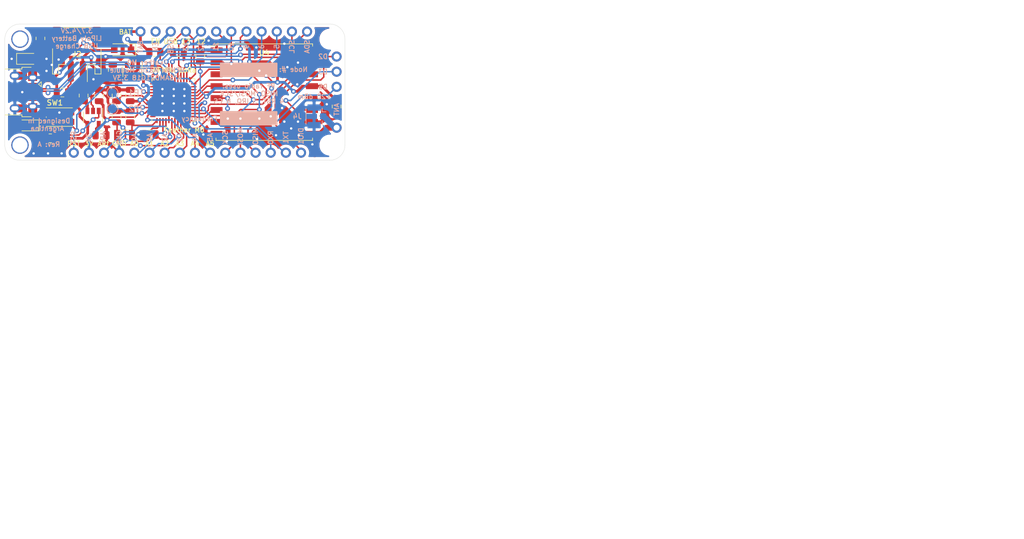
<source format=kicad_pcb>
(kicad_pcb (version 20171130) (host pcbnew "(5.1.10)-1")
  (title_block (title "Adafruit Feather M0 with LoRa Radio Module Adaptation") (date 2021-08-13) (rev A) (comment 1 "Approved by: Diego Brengi") (comment 2 "Reviewed by: Gustavo Zocco") (comment 3 "Created by: Agustín Curcio Berardi") (comment 4 "Trabajo Práctico Final | Diseño de Circuitos Impresos"))
  (layers (0 F.Cu signal) (31 B.Cu signal) (34 B.Paste user) (35 F.Paste user) (36 B.SilkS user) (37 F.SilkS user) (38 B.Mask user) (39 F.Mask user) (44 Edge.Cuts user))
  (net 0 "")
  (net 1 "Net-(C1-Pad1)")
  (net 2 GND)
  (net 3 "Net-(C2-Pad1)")
  (net 4 "Net-(C3-Pad1)")
  (net 5 /AREF)
  (net 6 VBUS)
  (net 7 +3V3)
  (net 8 +BATT)
  (net 9 "Net-(D2-Pad1)")
  (net 10 "Net-(D3-Pad2)")
  (net 11 "Net-(H1-Pad1)")
  (net 12 "Net-(H3-Pad1)")
  (net 13 /D-)
  (net 14 /D+)
  (net 15 "Net-(J1-Pad4)")
  (net 16 "Net-(J3-Pad1)")
  (net 17 /DIO2)
  (net 18 /DIO3)
  (net 19 /DIO5)
  (net 20 /SDA)
  (net 21 /SCL)
  (net 22 /D5)
  (net 23 /D6)
  (net 24 /D9)
  (net 25 /D10)
  (net 26 /D11)
  (net 27 /D12)
  (net 28 /D13)
  (net 29 /EN)
  (net 30 /~RESET)
  (net 31 /A0)
  (net 32 /A1)
  (net 33 /A2)
  (net 34 /A3)
  (net 35 /A4)
  (net 36 /A5)
  (net 37 /SCK)
  (net 38 /MOSI)
  (net 39 /MISO)
  (net 40 /D0)
  (net 41 /D1)
  (net 42 /DIO1)
  (net 43 "Net-(R1-Pad1)")
  (net 44 "Net-(R3-Pad1)")
  (net 45 "Net-(R4-Pad1)")
  (net 46 /SWCLK)
  (net 47 /SWDIO)
  (net 48 /D8_CS)
  (net 49 /D4_RST)
  (net 50 /D3_IRQ)
  (net 51 "Net-(U1-Pad22)")
  (net 52 "Net-(U1-Pad37)")
  (net 53 "Net-(U1-Pad38)")
  (net 54 "Net-(U1-Pad39)")
  (net 55 "Net-(U1-Pad41)")
  (net 56 "Net-(U1-Pad48)")
  (net 57 "Net-(U2-Pad4)")
  (net 58 "Net-(U4-Pad12)")
  (net 59 "Net-(U1-Pad23)")
  (net 60 "Net-(U1-Pad30)")
  (module Fiducial:Fiducial_1mm_Mask2mm (layer F.Cu) (at 132.207 80.772)
    (fp_text reference FID2 hide)
    (fp_text value Fiducial)
    (pad "" smd circle (at 0 0) (size 1 1) (layers F.Cu F.Mask) (clearance 0.5))
  )
  (module Connector_JST:JST_PH_S2B-PH-SM4-TB_1x02-1MP_P2.00mm_Horizontal (layer F.Cu) (at 126.238 84.582 180)
    (fp_text reference J2 (at 0 0) (layer F.SilkS) (effects (font (size 0.889 0.889))))
    (fp_text value S2B-PH-SM4-TB)
    (pad 1 smd roundrect (at -1 -2.85 180) (size 1 3.5) (layers F.Cu F.Paste F.Mask) (net 8 +BATT))
    (pad 2 smd roundrect (at 1 -2.85 180) (size 1 3.5) (layers F.Cu F.Paste F.Mask) (net 2 GND))
    (pad MP smd roundrect (at -3.35 2.9 180) (size 1.5 3.4) (layers F.Cu F.Paste F.Mask) (roundrect_rratio 0.166667))
    (pad MP smd roundrect (at 3.35 2.9 180) (size 1.5 3.4) (layers F.Cu F.Paste F.Mask) (roundrect_rratio 0.166667))
  )
  (module Adafruit:MountingHole_2.5mm_Pad_TopOnly (layer F.Cu) (at 116.713 99.822)
    (fp_text reference H3 hide)
    (fp_text value "Mounting Hole w/Pad" hide)
    (pad 1 connect circle (at 0 0) (size 2.9 2.9) (layers F.Cu F.Mask) (net 12 "Net-(H3-Pad1)"))
    (pad 1 thru_hole circle (at 0 0) (size 2.9 2.9) (drill 2.5) (layers *.Cu *.Mask) (net 12 "Net-(H3-Pad1)"))
  )
  (module Capacitor_SMD:C_0805_2012Metric (layer F.Cu) (at 123.825 90.9955)
    (fp_text reference C5 hide)
    (fp_text value 10uF)
    (pad 2 smd roundrect (at 0.95 0) (size 1 1.45) (layers F.Cu F.Paste F.Mask) (net 2 GND))
    (pad 1 smd roundrect (at -0.95 0) (size 1 1.45) (layers F.Cu F.Paste F.Mask) (net 6 VBUS))
  )
  (module Adafruit:Adafruit_Feather_PinHeader_1x03_P2.54mm (layer F.Cu) (at 169.799 90.043 180)
    (fp_text reference J5 hide)
    (fp_text value Conn_01x03 hide)
    (pad 1 thru_hole circle (at 0 0 180) (size 1.7 1.7) (drill 1) (layers *.Cu *.Mask) (net 19 /DIO5))
    (pad 2 thru_hole oval (at 0 2.54 180) (size 1.7 1.7) (drill 1) (layers *.Cu *.Mask) (net 18 /DIO3))
    (pad 3 thru_hole oval (at 0 5.08 180) (size 1.7 1.7) (drill 1) (layers *.Cu *.Mask) (net 17 /DIO2))
  )
  (module Fiducial:Fiducial_1mm_Mask2mm (layer F.Cu) (at 166.116 101.346)
    (fp_text reference FID1 hide)
    (fp_text value Fiducial)
    (pad "" smd circle (at 0 0) (size 1 1) (layers F.Cu F.Mask) (clearance 0.5))
  )
  (module Capacitor_SMD:C_0805_2012Metric (layer F.Cu) (at 129.9845 91.5035 90)
    (fp_text reference C6 hide)
    (fp_text value 10uF)
    (pad 1 smd roundrect (at -0.95 0 90) (size 1 1.45) (layers F.Cu F.Paste F.Mask) (net 7 +3V3))
    (pad 2 smd roundrect (at 0.95 0 90) (size 1 1.45) (layers F.Cu F.Paste F.Mask) (net 2 GND))
  )
  (module Capacitor_SMD:C_0805_2012Metric (layer F.Cu) (at 146.939 84.836 90)
    (fp_text reference C8 hide)
    (fp_text value 10uF)
    (pad 1 smd roundrect (at -0.95 0 90) (size 1 1.45) (layers F.Cu F.Paste F.Mask) (net 7 +3V3))
    (pad 2 smd roundrect (at 0.95 0 90) (size 1 1.45) (layers F.Cu F.Paste F.Mask) (net 2 GND))
  )
  (module Capacitor_SMD:C_0805_2012Metric (layer F.Cu) (at 127.381 91.5035 90)
    (fp_text reference C9 hide)
    (fp_text value 10uF)
    (pad 2 smd roundrect (at 0.95 0 90) (size 1 1.45) (layers F.Cu F.Paste F.Mask) (net 2 GND))
    (pad 1 smd roundrect (at -0.95 0 90) (size 1 1.45) (layers F.Cu F.Paste F.Mask) (net 8 +BATT))
  )
  (module Capacitor_SMD:C_0805_2012Metric (layer F.Cu) (at 169.799 93.345 90)
    (fp_text reference C10 hide)
    (fp_text value 10uF hide)
    (pad 2 smd roundrect (at 0.95 0 90) (size 1 1.45) (layers F.Cu F.Paste F.Mask) (net 7 +3V3))
    (pad 1 smd roundrect (at -0.95 0 90) (size 1 1.45) (layers F.Cu F.Paste F.Mask) (net 2 GND))
  )
  (module Diode_SMD:D_SOD-123F (layer F.Cu) (at 133.9215 83.82 180)
    (fp_text reference D1 hide)
    (fp_text value MBR120)
    (pad 1 smd rect (at -1.4 0 180) (size 1.1 1.1) (layers F.Cu F.Paste F.Mask) (net 6 VBUS))
    (pad 2 smd rect (at 1.4 0 180) (size 1.1 1.1) (layers F.Cu F.Paste F.Mask) (net 8 +BATT))
  )
  (module LED_SMD:LED_0805_2012Metric_Castellated (layer F.Cu) (at 118.0365 96.52 180)
    (fp_text reference D2 hide)
    (fp_text value CHG)
    (pad 1 smd roundrect (at -0.9625 0 180) (size 1.325 1.3) (layers F.Cu F.Paste F.Mask) (roundrect_rratio 0.192308) (net 9 "Net-(D2-Pad1)"))
    (pad 2 smd roundrect (at 0.9625 0 180) (size 1.325 1.3) (layers F.Cu F.Paste F.Mask) (roundrect_rratio 0.192308) (net 6 VBUS))
  )
  (module LED_SMD:LED_0805_2012Metric_Castellated (layer F.Cu) (at 118.0365 85.344)
    (fp_text reference D3 hide)
    (fp_text value PWR)
    (pad 2 smd roundrect (at 0.9625 0) (size 1.325 1.3) (layers F.Cu F.Paste F.Mask) (roundrect_rratio 0.192308) (net 10 "Net-(D3-Pad2)"))
    (pad 1 smd roundrect (at -0.9625 0) (size 1.325 1.3) (layers F.Cu F.Paste F.Mask) (roundrect_rratio 0.192308) (net 2 GND))
  )
  (module Connector_USB:USB_Micro-B_Amphenol_10103594-0001LF_Horizontal (layer F.Cu) (at 116.967 90.932 270)
    (fp_text reference J1 hide)
    (fp_text value MicroUSB)
    (pad 6 smd rect (at 2.725 0.185 270) (size 1.35 2) (layers F.Cu F.Paste F.Mask) (net 2 GND))
    (pad 6 smd rect (at -2.755 0.185 270) (size 1.35 2) (layers F.Cu F.Paste F.Mask) (net 2 GND))
    (pad 6 smd rect (at -2.975 -0.565 270) (size 1.825 0.7) (layers F.Cu F.Paste F.Mask) (net 2 GND))
    (pad 6 smd rect (at 2.975 -0.565 270) (size 1.825 0.7) (layers F.Cu F.Paste F.Mask) (net 2 GND))
    (pad 6 smd rect (at -2.875 -1.865 270) (size 2 1.5) (layers F.Cu F.Paste F.Mask) (net 2 GND))
    (pad 6 smd rect (at 2.875 -1.885 270) (size 2 1.5) (layers F.Cu F.Paste F.Mask) (net 2 GND))
    (pad 1 smd rect (at -1.325 -1.765) (size 1.65 0.4) (layers F.Cu F.Paste F.Mask) (net 6 VBUS))
    (pad 2 smd rect (at -0.675 -1.765) (size 1.65 0.4) (layers F.Cu F.Paste F.Mask) (net 13 /D-))
    (pad 3 smd rect (at -0.025 -1.765) (size 1.65 0.4) (layers F.Cu F.Paste F.Mask) (net 14 /D+))
    (pad 4 smd rect (at 0.625 -1.765) (size 1.65 0.4) (layers F.Cu F.Paste F.Mask) (net 15 "Net-(J1-Pad4)"))
    (pad 5 smd rect (at 1.275 -1.765) (size 1.65 0.4) (layers F.Cu F.Paste F.Mask) (net 2 GND))
    (pad 6 thru_hole oval (at -2.445 -1.885) (size 1.5 1.1) (drill oval 1.05 0.65) (layers *.Cu *.Mask) (net 2 GND))
    (pad 6 thru_hole oval (at 2.395 -1.885) (size 1.5 1.1) (drill oval 1.05 0.65) (layers *.Cu *.Mask) (net 2 GND))
    (pad 6 thru_hole oval (at -2.755 1.115) (size 1.7 1.35) (drill oval 1.2 0.7) (layers *.Cu *.Mask) (net 2 GND))
    (pad 6 thru_hole oval (at 2.705 1.115) (size 1.7 1.35) (drill oval 1.2 0.7) (layers *.Cu *.Mask) (net 2 GND))
    (pad 6 smd rect (at -0.985 1.385) (size 1.5 1) (layers F.Cu F.Paste F.Mask) (net 2 GND))
    (pad 6 smd rect (at 0.935 1.385) (size 1.5 1) (layers F.Cu F.Paste F.Mask) (net 2 GND))
  )
  (module Connector_Coaxial:U.FL_Hirose_U.FL-R-SMT-1_Vertical (layer B.Cu) (at 166.497 94.996 180)
    (fp_text reference J4 (at 3.302 0 180) (layer B.SilkS) (effects (font (size 0.889 0.889)) (justify mirror)))
    (fp_text value U.FL)
    (pad 2 smd rect (at 0.475 -1.475 180) (size 2.2 1.05) (layers B.Cu B.Paste B.Mask) (net 2 GND))
    (pad 1 smd rect (at -1.05 0 180) (size 1.05 1) (layers B.Cu B.Paste B.Mask) (net 16 "Net-(J3-Pad1)"))
    (pad 2 smd rect (at 0.475 1.475 180) (size 2.2 1.05) (layers B.Cu B.Paste B.Mask) (net 2 GND))
  )
  (module Button_Switch_SMD:SW_Push_1P1T_NO_CK_KMR2 (layer F.Cu) (at 123.317 95.123)
    (fp_text reference SW1 (at -0.762 -2.413) (layer F.SilkS) (effects (font (size 0.889 0.889))))
    (fp_text value KMR2)
    (pad 1 smd rect (at -2.05 -0.8) (size 0.9 1) (layers F.Cu F.Paste F.Mask) (net 2 GND))
    (pad 2 smd rect (at -2.05 0.8) (size 0.9 1) (layers F.Cu F.Paste F.Mask) (net 30 /~RESET))
    (pad 1 smd rect (at 2.05 -0.8) (size 0.9 1) (layers F.Cu F.Paste F.Mask) (net 2 GND))
    (pad 2 smd rect (at 2.05 0.8) (size 0.9 1) (layers F.Cu F.Paste F.Mask) (net 30 /~RESET))
  )
  (module TestPoint:TestPoint_Pad_D1.5mm (layer B.Cu) (at 132.207 91.059 270)
    (fp_text reference TP1 (at 0 -3.937 180) (layer B.SilkS) (effects (justify mirror)))
    (fp_text value TestPoint)
    (pad 1 smd circle (at 0 0 270) (size 1.5 1.5) (layers B.Cu B.Mask) (net 46 /SWCLK))
  )
  (module TestPoint:TestPoint_Pad_D1.5mm (layer B.Cu) (at 132.207 93.726 270)
    (fp_text reference TP2 (at 0 -3.937 180) (layer B.SilkS) (effects (font (size 0.889 0.889)) (justify mirror)))
    (fp_text value TestPoint)
    (pad 1 smd circle (at 0 0 270) (size 1.5 1.5) (layers B.Cu B.Mask) (net 47 /SWDIO))
  )
  (module Package_DFN_QFN:QFN-48-1EP_7x7mm_P0.5mm_EP5.15x5.15mm (layer F.Cu) (at 142.4305 92.2655 90)
    (fp_text reference U1 hide)
    (fp_text value ATSAMD21G18A)
    (pad 1 smd roundrect (at -3.4375 -2.75 90) (size 0.875 0.25) (layers F.Cu F.Paste F.Mask) (net 3 "Net-(C2-Pad1)"))
    (pad 2 smd roundrect (at -3.4375 -2.25 90) (size 0.875 0.25) (layers F.Cu F.Paste F.Mask) (net 4 "Net-(C3-Pad1)"))
    (pad 3 smd roundrect (at -3.4375 -1.75 90) (size 0.875 0.25) (layers F.Cu F.Paste F.Mask) (net 31 /A0))
    (pad 4 smd roundrect (at -3.4375 -1.25 90) (size 0.875 0.25) (layers F.Cu F.Paste F.Mask) (net 5 /AREF))
    (pad 5 smd roundrect (at -3.4375 -0.75 90) (size 0.875 0.25) (layers F.Cu F.Paste F.Mask) (net 2 GND))
    (pad 6 smd roundrect (at -3.4375 -0.25 90) (size 0.875 0.25) (layers F.Cu F.Paste F.Mask) (net 7 +3V3))
    (pad 7 smd roundrect (at -3.4375 0.25 90) (size 0.875 0.25) (layers F.Cu F.Paste F.Mask) (net 32 /A1))
    (pad 8 smd roundrect (at -3.4375 0.75 90) (size 0.875 0.25) (layers F.Cu F.Paste F.Mask) (net 33 /A2))
    (pad 9 smd roundrect (at -3.4375 1.25 90) (size 0.875 0.25) (layers F.Cu F.Paste F.Mask) (net 34 /A3))
    (pad 10 smd roundrect (at -3.4375 1.75 90) (size 0.875 0.25) (layers F.Cu F.Paste F.Mask) (net 35 /A4))
    (pad 11 smd roundrect (at -3.4375 2.25 90) (size 0.875 0.25) (layers F.Cu F.Paste F.Mask) (net 48 /D8_CS))
    (pad 12 smd roundrect (at -3.4375 2.75 90) (size 0.875 0.25) (layers F.Cu F.Paste F.Mask) (net 24 /D9))
    (pad 13 smd roundrect (at -2.75 3.4375 90) (size 0.25 0.875) (layers F.Cu F.Paste F.Mask) (net 49 /D4_RST))
    (pad 14 smd roundrect (at -2.25 3.4375 90) (size 0.25 0.875) (layers F.Cu F.Paste F.Mask) (net 50 /D3_IRQ))
    (pad 15 smd roundrect (at -1.75 3.4375 90) (size 0.25 0.875) (layers F.Cu F.Paste F.Mask) (net 41 /D1))
    (pad 16 smd roundrect (at -1.25 3.4375 90) (size 0.25 0.875) (layers F.Cu F.Paste F.Mask) (net 40 /D0))
    (pad 17 smd roundrect (at -0.75 3.4375 90) (size 0.25 0.875) (layers F.Cu F.Paste F.Mask) (net 7 +3V3))
    (pad 18 smd roundrect (at -0.25 3.4375 90) (size 0.25 0.875) (layers F.Cu F.Paste F.Mask) (net 2 GND))
    (pad 19 smd roundrect (at 0.25 3.4375 90) (size 0.25 0.875) (layers F.Cu F.Paste F.Mask) (net 38 /MOSI))
    (pad 20 smd roundrect (at 0.75 3.4375 90) (size 0.25 0.875) (layers F.Cu F.Paste F.Mask) (net 37 /SCK))
    (pad 21 smd roundrect (at 1.25 3.4375 90) (size 0.25 0.875) (layers F.Cu F.Paste F.Mask) (net 39 /MISO))
    (pad 22 smd roundrect (at 1.75 3.4375 90) (size 0.25 0.875) (layers F.Cu F.Paste F.Mask) (net 51 "Net-(U1-Pad22)"))
    (pad 23 smd roundrect (at 2.25 3.4375 90) (size 0.25 0.875) (layers F.Cu F.Paste F.Mask) (net 59 "Net-(U1-Pad23)"))
    (pad 24 smd roundrect (at 2.75 3.4375 90) (size 0.25 0.875) (layers F.Cu F.Paste F.Mask) (net 22 /D5))
    (pad 25 smd roundrect (at 3.4375 2.75 90) (size 0.875 0.25) (layers F.Cu F.Paste F.Mask) (net 26 /D11))
    (pad 26 smd roundrect (at 3.4375 2.25 90) (size 0.875 0.25) (layers F.Cu F.Paste F.Mask) (net 28 /D13))
    (pad 27 smd roundrect (at 3.4375 1.75 90) (size 0.875 0.25) (layers F.Cu F.Paste F.Mask) (net 25 /D10))
    (pad 28 smd roundrect (at 3.4375 1.25 90) (size 0.875 0.25) (layers F.Cu F.Paste F.Mask) (net 27 /D12))
    (pad 29 smd roundrect (at 3.4375 0.75 90) (size 0.875 0.25) (layers F.Cu F.Paste F.Mask) (net 23 /D6))
    (pad 30 smd roundrect (at 3.4375 0.25 90) (size 0.875 0.25) (layers F.Cu F.Paste F.Mask) (net 60 "Net-(U1-Pad30)"))
    (pad 31 smd roundrect (at 3.4375 -0.25 90) (size 0.875 0.25) (layers F.Cu F.Paste F.Mask) (net 20 /SDA))
    (pad 32 smd roundrect (at 3.4375 -0.75 90) (size 0.875 0.25) (layers F.Cu F.Paste F.Mask) (net 21 /SCL))
    (pad 33 smd roundrect (at 3.4375 -1.25 90) (size 0.875 0.25) (layers F.Cu F.Paste F.Mask) (net 13 /D-))
    (pad 34 smd roundrect (at 3.4375 -1.75 90) (size 0.875 0.25) (layers F.Cu F.Paste F.Mask) (net 14 /D+))
    (pad 35 smd roundrect (at 3.4375 -2.25 90) (size 0.875 0.25) (layers F.Cu F.Paste F.Mask) (net 2 GND))
    (pad 36 smd roundrect (at 3.4375 -2.75 90) (size 0.875 0.25) (layers F.Cu F.Paste F.Mask) (net 7 +3V3))
    (pad 37 smd roundrect (at 2.75 -3.4375 90) (size 0.25 0.875) (layers F.Cu F.Paste F.Mask) (net 52 "Net-(U1-Pad37)"))
    (pad 38 smd roundrect (at 2.25 -3.4375 90) (size 0.25 0.875) (layers F.Cu F.Paste F.Mask) (net 53 "Net-(U1-Pad38)"))
    (pad 39 smd roundrect (at 1.75 -3.4375 90) (size 0.25 0.875) (layers F.Cu F.Paste F.Mask) (net 54 "Net-(U1-Pad39)"))
    (pad 40 smd roundrect (at 1.25 -3.4375 90) (size 0.25 0.875) (layers F.Cu F.Paste F.Mask) (net 30 /~RESET))
    (pad 41 smd roundrect (at 0.75 -3.4375 90) (size 0.25 0.875) (layers F.Cu F.Paste F.Mask) (net 55 "Net-(U1-Pad41)"))
    (pad 42 smd roundrect (at 0.25 -3.4375 90) (size 0.25 0.875) (layers F.Cu F.Paste F.Mask) (net 2 GND))
    (pad 43 smd roundrect (at -0.25 -3.4375 90) (size 0.25 0.875) (layers F.Cu F.Paste F.Mask) (net 1 "Net-(C1-Pad1)"))
    (pad 44 smd roundrect (at -0.75 -3.4375 90) (size 0.25 0.875) (layers F.Cu F.Paste F.Mask) (net 7 +3V3))
    (pad 45 smd roundrect (at -1.25 -3.4375 90) (size 0.25 0.875) (layers F.Cu F.Paste F.Mask) (net 46 /SWCLK))
    (pad 46 smd roundrect (at -1.75 -3.4375 90) (size 0.25 0.875) (layers F.Cu F.Paste F.Mask) (net 47 /SWDIO))
    (pad 47 smd roundrect (at -2.25 -3.4375 90) (size 0.25 0.875) (layers F.Cu F.Paste F.Mask) (net 36 /A5))
    (pad 48 smd roundrect (at -2.75 -3.4375 90) (size 0.25 0.875) (layers F.Cu F.Paste F.Mask) (net 56 "Net-(U1-Pad48)"))
    (pad 49 smd rect (at 0 0 90) (size 5.15 5.15) (layers F.Cu F.Mask) (net 2 GND))
  )
  (module Package_TO_SOT_SMD:SOT-23-5 (layer F.Cu) (at 135.5725 87.4395 270)
    (fp_text reference U2 hide)
    (fp_text value AP2112K-3.3 hide)
    (pad 1 smd rect (at -1.1 -0.95 270) (size 1.06 0.65) (layers F.Cu F.Paste F.Mask) (net 6 VBUS))
    (pad 2 smd rect (at -1.1 0 270) (size 1.06 0.65) (layers F.Cu F.Paste F.Mask) (net 2 GND))
    (pad 3 smd rect (at -1.1 0.95 270) (size 1.06 0.65) (layers F.Cu F.Paste F.Mask) (net 43 "Net-(R1-Pad1)"))
    (pad 4 smd rect (at 1.1 0.95 270) (size 1.06 0.65) (layers F.Cu F.Paste F.Mask) (net 57 "Net-(U2-Pad4)"))
    (pad 5 smd rect (at 1.1 -0.95 270) (size 1.06 0.65) (layers F.Cu F.Paste F.Mask) (net 7 +3V3))
  )
  (module Package_TO_SOT_SMD:SOT-23-5 (layer F.Cu) (at 128.9685 95.1865 270)
    (fp_text reference U3 hide)
    (fp_text value MCP73831T)
    (pad 5 smd rect (at 1.1 -0.95 270) (size 1.06 0.65) (layers F.Cu F.Paste F.Mask) (net 45 "Net-(R4-Pad1)"))
    (pad 4 smd rect (at 1.1 0.95 270) (size 1.06 0.65) (layers F.Cu F.Paste F.Mask) (net 6 VBUS))
    (pad 3 smd rect (at -1.1 0.95 270) (size 1.06 0.65) (layers F.Cu F.Paste F.Mask) (net 8 +BATT))
    (pad 2 smd rect (at -1.1 0 270) (size 1.06 0.65) (layers F.Cu F.Paste F.Mask) (net 2 GND))
    (pad 1 smd rect (at -1.1 -0.95 270) (size 1.06 0.65) (layers F.Cu F.Paste F.Mask) (net 44 "Net-(R3-Pad1)"))
  )
  (module RF_Module:HOPERF_RFM9XW_SMD (layer F.Cu) (at 157.6705 90.932)
    (fp_text reference U4 (at 0 -6.604) (layer F.SilkS) (effects (font (size 0.889 0.889))))
    (fp_text value RFM95W hide)
    (pad 1 smd rect (at -8 -7) (size 2 1) (layers F.Cu F.Paste F.Mask) (net 2 GND))
    (pad 2 smd rect (at -8 -5) (size 2 1) (layers F.Cu F.Paste F.Mask) (net 39 /MISO))
    (pad 3 smd rect (at -8 -3) (size 2 1) (layers F.Cu F.Paste F.Mask) (net 38 /MOSI))
    (pad 4 smd rect (at -8 -1) (size 2 1) (layers F.Cu F.Paste F.Mask) (net 37 /SCK))
    (pad 5 smd rect (at -8 1) (size 2 1) (layers F.Cu F.Paste F.Mask) (net 48 /D8_CS))
    (pad 6 smd rect (at -8 3) (size 2 1) (layers F.Cu F.Paste F.Mask) (net 49 /D4_RST))
    (pad 7 smd rect (at -8 5) (size 2 1) (layers F.Cu F.Paste F.Mask) (net 19 /DIO5))
    (pad 8 smd rect (at -8 7) (size 2 1) (layers F.Cu F.Paste F.Mask) (net 2 GND))
    (pad 9 smd rect (at 8 7) (size 2 1) (layers F.Cu F.Paste F.Mask) (net 16 "Net-(J3-Pad1)"))
    (pad 10 smd rect (at 8 5) (size 2 1) (layers F.Cu F.Paste F.Mask) (net 2 GND))
    (pad 11 smd rect (at 8 3) (size 2 1) (layers F.Cu F.Paste F.Mask) (net 18 /DIO3))
    (pad 12 smd rect (at 8 1) (size 2 1) (layers F.Cu F.Paste F.Mask) (net 58 "Net-(U4-Pad12)"))
    (pad 13 smd rect (at 8 -1) (size 2 1) (layers F.Cu F.Paste F.Mask) (net 7 +3V3))
    (pad 14 smd rect (at 8 -3) (size 2 1) (layers F.Cu F.Paste F.Mask) (net 50 /D3_IRQ))
    (pad 15 smd rect (at 8 -5) (size 2 1) (layers F.Cu F.Paste F.Mask) (net 42 /DIO1))
    (pad 16 smd rect (at 8 -7) (size 2 1) (layers F.Cu F.Paste F.Mask) (net 17 /DIO2))
  )
  (module Crystal:Crystal_SMD_3215-2Pin_3.2x1.5mm (layer F.Cu) (at 134.239 98.171)
    (fp_text reference Y1 hide)
    (fp_text value "32,768 MHz")
    (pad 2 smd rect (at -1.25 0) (size 1 1.8) (layers F.Cu F.Paste F.Mask) (net 4 "Net-(C3-Pad1)"))
    (pad 1 smd rect (at 1.25 0) (size 1 1.8) (layers F.Cu F.Paste F.Mask) (net 3 "Net-(C2-Pad1)"))
  )
  (module Adafruit:MountingHole_2.5mm_Pad_TopOnly (layer F.Cu) (at 116.713 82.042)
    (fp_text reference H1 hide)
    (fp_text value "Mounting Hole w/Pad" hide)
    (pad 1 connect circle (at 0 0) (size 2.9 2.9) (layers F.Cu F.Mask) (net 11 "Net-(H1-Pad1)"))
    (pad 1 thru_hole circle (at 0 0) (size 2.9 2.9) (drill 2.5) (layers *.Cu *.Mask) (net 11 "Net-(H1-Pad1)"))
  )
  (module Adafruit:MountingHole_2.5mm (layer F.Cu) (at 168.656 82.042)
    (fp_text reference H2 hide)
    (fp_text value "Mounting Hole" hide)
    (pad 1 np_thru_hole circle (at 0 0) (size 2.5 2.5) (drill 2.5) (layers *.Cu *.Mask))
  )
  (module Adafruit:MountingHole_2.5mm (layer F.Cu) (at 168.656 99.822)
    (fp_text reference H4 hide)
    (fp_text value "Mounting Hole" hide)
    (pad 1 np_thru_hole circle (at 0 0) (size 2.5 2.5) (drill 2.5) (layers *.Cu *.Mask))
  )
  (module Adafruit:Adafruit_Feather_PinHeader_1x12_P2.54mm (layer F.Cu) (at 136.906 80.772 90)
    (fp_text reference J6 hide)
    (fp_text value Conn_01x12 hide)
    (pad 12 thru_hole oval (at 0 27.94 90) (size 1.7 1.7) (drill 1) (layers *.Cu *.Mask) (net 20 /SDA))
    (pad 11 thru_hole oval (at 0 25.4 90) (size 1.7 1.7) (drill 1) (layers *.Cu *.Mask) (net 21 /SCL))
    (pad 10 thru_hole oval (at 0 22.86 90) (size 1.7 1.7) (drill 1) (layers *.Cu *.Mask) (net 22 /D5))
    (pad 9 thru_hole oval (at 0 20.32 90) (size 1.7 1.7) (drill 1) (layers *.Cu *.Mask) (net 23 /D6))
    (pad 8 thru_hole oval (at 0 17.78 90) (size 1.7 1.7) (drill 1) (layers *.Cu *.Mask) (net 24 /D9))
    (pad 7 thru_hole oval (at 0 15.24 90) (size 1.7 1.7) (drill 1) (layers *.Cu *.Mask) (net 25 /D10))
    (pad 6 thru_hole oval (at 0 12.7 90) (size 1.7 1.7) (drill 1) (layers *.Cu *.Mask) (net 26 /D11))
    (pad 5 thru_hole oval (at 0 10.16 90) (size 1.7 1.7) (drill 1) (layers *.Cu *.Mask) (net 27 /D12))
    (pad 4 thru_hole oval (at 0 7.62 90) (size 1.7 1.7) (drill 1) (layers *.Cu *.Mask) (net 28 /D13))
    (pad 3 thru_hole oval (at 0 5.08 90) (size 1.7 1.7) (drill 1) (layers *.Cu *.Mask) (net 6 VBUS))
    (pad 2 thru_hole oval (at 0 2.54 90) (size 1.7 1.7) (drill 1) (layers *.Cu *.Mask) (net 29 /EN))
    (pad 1 thru_hole circle (at 0 0 90) (size 1.7 1.7) (drill 1) (layers *.Cu *.Mask) (net 8 +BATT))
  )
  (module Adafruit:Adafruit_Feather_PinHeader_1x16_P2.54mm (layer F.Cu) (at 163.83 101.092 270)
    (fp_text reference J7 hide)
    (fp_text value Conn_01x16 hide)
    (pad 16 thru_hole oval (at 0 38.1 270) (size 1.7 1.7) (drill 1) (layers *.Cu *.Mask) (net 30 /~RESET))
    (pad 15 thru_hole oval (at 0 35.56 270) (size 1.7 1.7) (drill 1) (layers *.Cu *.Mask) (net 7 +3V3))
    (pad 14 thru_hole oval (at 0 33.02 270) (size 1.7 1.7) (drill 1) (layers *.Cu *.Mask) (net 5 /AREF))
    (pad 13 thru_hole oval (at 0 30.48 270) (size 1.7 1.7) (drill 1) (layers *.Cu *.Mask) (net 2 GND))
    (pad 12 thru_hole oval (at 0 27.94 270) (size 1.7 1.7) (drill 1) (layers *.Cu *.Mask) (net 31 /A0))
    (pad 11 thru_hole oval (at 0 25.4 270) (size 1.7 1.7) (drill 1) (layers *.Cu *.Mask) (net 32 /A1))
    (pad 10 thru_hole oval (at 0 22.86 270) (size 1.7 1.7) (drill 1) (layers *.Cu *.Mask) (net 33 /A2))
    (pad 9 thru_hole oval (at 0 20.32 270) (size 1.7 1.7) (drill 1) (layers *.Cu *.Mask) (net 34 /A3))
    (pad 8 thru_hole oval (at 0 17.78 270) (size 1.7 1.7) (drill 1) (layers *.Cu *.Mask) (net 35 /A4))
    (pad 7 thru_hole oval (at 0 15.24 270) (size 1.7 1.7) (drill 1) (layers *.Cu *.Mask) (net 36 /A5))
    (pad 6 thru_hole oval (at 0 12.7 270) (size 1.7 1.7) (drill 1) (layers *.Cu *.Mask) (net 37 /SCK))
    (pad 5 thru_hole oval (at 0 10.16 270) (size 1.7 1.7) (drill 1) (layers *.Cu *.Mask) (net 38 /MOSI))
    (pad 4 thru_hole oval (at 0 7.62 270) (size 1.7 1.7) (drill 1) (layers *.Cu *.Mask) (net 39 /MISO))
    (pad 3 thru_hole oval (at 0 5.08 270) (size 1.7 1.7) (drill 1) (layers *.Cu *.Mask) (net 40 /D0))
    (pad 2 thru_hole oval (at 0 2.54 270) (size 1.7 1.7) (drill 1) (layers *.Cu *.Mask) (net 41 /D1))
    (pad 1 thru_hole circle (at 0 0 270) (size 1.7 1.7) (drill 1) (layers *.Cu *.Mask) (net 42 /DIO1))
  )
  (module Adafruit:Adafruit_Feather_PinHeader_1x01_P2.54mm (layer F.Cu) (at 169.799 96.901)
    (fp_text reference J3 hide)
    (fp_text value ANT hide)
    (pad 1 thru_hole circle (at 0 0) (size 1.7 1.7) (drill 1) (layers *.Cu *.Mask) (net 16 "Net-(J3-Pad1)"))
  )
  (module Capacitor_SMD:C_0805_2012Metric (layer F.Cu) (at 132.9055 91.5035 90)
    (fp_text reference C1 hide)
    (fp_text value 1uF)
    (pad 2 smd roundrect (at 0.95 0 90) (size 1 1.45) (layers F.Cu F.Paste F.Mask) (net 2 GND))
    (pad 1 smd roundrect (at -0.95 0 90) (size 1 1.45) (layers F.Cu F.Paste F.Mask) (net 1 "Net-(C1-Pad1)"))
  )
  (module Capacitor_SMD:C_0805_2012Metric (layer F.Cu) (at 135.1915 95.0595 90)
    (fp_text reference C2 hide)
    (fp_text value 22pF)
    (pad 1 smd roundrect (at -0.95 0 90) (size 1 1.45) (layers F.Cu F.Paste F.Mask) (net 3 "Net-(C2-Pad1)"))
    (pad 2 smd roundrect (at 0.95 0 90) (size 1 1.45) (layers F.Cu F.Paste F.Mask) (net 2 GND))
  )
  (module Capacitor_SMD:C_0805_2012Metric (layer F.Cu) (at 132.9055 95.0595 90)
    (fp_text reference C3 hide)
    (fp_text value 22pF)
    (pad 2 smd roundrect (at 0.95 0 90) (size 1 1.45) (layers F.Cu F.Paste F.Mask) (net 2 GND))
    (pad 1 smd roundrect (at -0.95 0 90) (size 1 1.45) (layers F.Cu F.Paste F.Mask) (net 4 "Net-(C3-Pad1)"))
  )
  (module Capacitor_SMD:C_0805_2012Metric (layer F.Cu) (at 138.4935 98.044)
    (fp_text reference C4 hide)
    (fp_text value 1uF)
    (pad 2 smd roundrect (at 0.95 0) (size 1 1.45) (layers F.Cu F.Paste F.Mask) (net 5 /AREF))
    (pad 1 smd roundrect (at -0.95 0) (size 1 1.45) (layers F.Cu F.Paste F.Mask) (net 2 GND))
  )
  (module Capacitor_SMD:C_0805_2012Metric (layer F.Cu) (at 135.1915 91.5035 90)
    (fp_text reference C7 hide)
    (fp_text value 1uF)
    (pad 1 smd roundrect (at -0.95 0 90) (size 1 1.45) (layers F.Cu F.Paste F.Mask) (net 7 +3V3))
    (pad 2 smd roundrect (at 0.95 0 90) (size 1 1.45) (layers F.Cu F.Paste F.Mask) (net 2 GND))
  )
  (module Resistor_SMD:R_0805_2012Metric (layer F.Cu) (at 132.2705 87.249 270)
    (fp_text reference R1 hide)
    (fp_text value 100k)
    (pad 1 smd roundrect (at -0.9125 0 270) (size 1.025 1.4) (layers F.Cu F.Paste F.Mask) (roundrect_rratio 0.243902) (net 43 "Net-(R1-Pad1)"))
    (pad 2 smd roundrect (at 0.9125 0 270) (size 1.025 1.4) (layers F.Cu F.Paste F.Mask) (roundrect_rratio 0.243902) (net 6 VBUS))
  )
  (module Resistor_SMD:R_0805_2012Metric (layer F.Cu) (at 121.793 98.679 180)
    (fp_text reference R3 hide)
    (fp_text value 1k)
    (pad 2 smd roundrect (at 0.9125 0 180) (size 1.025 1.4) (layers F.Cu F.Paste F.Mask) (roundrect_rratio 0.243902) (net 9 "Net-(D2-Pad1)"))
    (pad 1 smd roundrect (at -0.9125 0 180) (size 1.025 1.4) (layers F.Cu F.Paste F.Mask) (roundrect_rratio 0.243902) (net 44 "Net-(R3-Pad1)"))
  )
  (module Resistor_SMD:R_0805_2012Metric (layer F.Cu) (at 130.302 98.171)
    (fp_text reference R4 hide)
    (fp_text value 10k)
    (pad 2 smd roundrect (at 0.9125 0) (size 1.025 1.4) (layers F.Cu F.Paste F.Mask) (roundrect_rratio 0.243902) (net 2 GND))
    (pad 1 smd roundrect (at -0.9125 0) (size 1.025 1.4) (layers F.Cu F.Paste F.Mask) (roundrect_rratio 0.243902) (net 45 "Net-(R4-Pad1)"))
  )
  (module Resistor_SMD:R_0805_2012Metric (layer F.Cu) (at 139.319 84.201)
    (fp_text reference R5 hide)
    (fp_text value 100k)
    (pad 1 smd roundrect (at -0.9125 0) (size 1.025 1.4) (layers F.Cu F.Paste F.Mask) (roundrect_rratio 0.243902) (net 8 +BATT))
    (pad 2 smd roundrect (at 0.9125 0) (size 1.025 1.4) (layers F.Cu F.Paste F.Mask) (roundrect_rratio 0.243902) (net 24 /D9))
  )
  (module Resistor_SMD:R_0805_2012Metric (layer F.Cu) (at 143.256 84.201)
    (fp_text reference R6 hide)
    (fp_text value 100k)
    (pad 1 smd roundrect (at -0.9125 0) (size 1.025 1.4) (layers F.Cu F.Paste F.Mask) (roundrect_rratio 0.243902) (net 24 /D9))
    (pad 2 smd roundrect (at 0.9125 0) (size 1.025 1.4) (layers F.Cu F.Paste F.Mask) (roundrect_rratio 0.243902) (net 2 GND))
  )
  (module Resistor_SMD:R_0805_2012Metric (layer F.Cu) (at 120.142 81.915 270)
    (fp_text reference R7 hide)
    (fp_text value 2k2)
    (pad 2 smd roundrect (at 0.9125 0 270) (size 1.025 1.4) (layers F.Cu F.Paste F.Mask) (roundrect_rratio 0.243902) (net 10 "Net-(D3-Pad2)"))
    (pad 1 smd roundrect (at -0.9125 0 270) (size 1.025 1.4) (layers F.Cu F.Paste F.Mask) (roundrect_rratio 0.243902) (net 28 /D13))
  )
  (gr_text "RFM9x LoRa" (at 142.621 87.249) (layer F.SilkS) (effects (font (size 0.8 0.8))))
  (gr_text "RF radio uses:\nMISO/MOSI/SCK\n4 RST, 3 IRQ, 8 CS" (at 155.067 91.186) (layer B.SilkS) (effects (font (size 0.8 0.8)) (justify mirror)))
  (gr_text Frequency (at 146.812 95.377) (layer B.SilkS) (effects (font (size 0.8 0.8)) (justify mirror)))
  (gr_text "Node #:" (at 162.56 87.122) (layer B.SilkS) (effects (font (size 0.8 0.8)) (justify mirror)))
  (gr_text "3.7/4.2V\nLiPoly Battery\nUSB Charge" (at 126.238 81.915) (layer B.SilkS) (effects (font (size 0.8 0.8)) (justify mirror)))
  (gr_text "Feather M0\nRFM9x Radio Module\nATSAMD21G18 3.3V" (at 138.049 87.249) (layer B.SilkS) (effects (font (size 0.8 0.8)) (justify mirror)))
  (gr_text 12 (at 147.066 83.312 90) (layer B.SilkS) (effects (font (size 0.8 0.8)) (justify mirror)))
  (gr_text 13 (at 144.526 83.312 90) (layer B.SilkS) (effects (font (size 0.8 0.8)) (justify mirror)))
  (gr_text USB (at 141.986 83.312 90) (layer B.SilkS) (effects (font (size 0.889 0.8)) (justify mirror)))
  (gr_text EN (at 139.446 83.312 90) (layer B.SilkS) (effects (font (size 0.889 0.8)) (justify mirror)))
  (gr_text BAT (at 136.906 83.312 90) (layer B.SilkS) (effects (font (size 0.8 0.8)) (justify mirror)))
  (gr_text A5 (at 148.59 98.552 90) (layer B.SilkS) (effects (font (size 0.8 0.8)) (justify mirror)))
  (gr_text A4 (at 146.05 98.552 90) (layer B.SilkS) (effects (font (size 0.8 0.8)) (justify mirror)))
  (gr_text A3 (at 143.51 98.552 90) (layer B.SilkS) (effects (font (size 0.8 0.8)) (justify mirror)))
  (gr_text A2 (at 140.97 98.552 90) (layer B.SilkS) (effects (font (size 0.8 0.8)) (justify mirror)))
  (gr_text A1 (at 138.43 98.552 90) (layer B.SilkS) (effects (font (size 0.8 0.8)) (justify mirror)))
  (gr_text A0 (at 135.89 98.552 90) (layer B.SilkS) (effects (font (size 0.8 0.8)) (justify mirror)))
  (gr_text GND (at 133.35 98.552 90) (layer B.SilkS) (effects (font (size 0.8 0.8)) (justify mirror)))
  (gr_text ARf (at 130.683 98.552 90) (layer B.SilkS) (effects (font (size 0.8 0.8)) (justify mirror)))
  (gr_text 3V (at 128.27 98.552 90) (layer B.SilkS) (effects (font (size 0.8 0.8)) (justify mirror)))
  (gr_text RST (at 125.73 98.552 90) (layer B.SilkS) (effects (font (size 0.8 0.8)) (justify mirror)))
  (gr_text "+20 dBm" (at 166.116 91.694) (layer B.SilkS) (effects (font (size 0.8 0.8)) (justify mirror)))
  (gr_text ANT (at 169.799 93.853 90) (layer B.SilkS) (effects (font (size 0.8 0.8)) (justify mirror)))
  (gr_text D2 (at 167.513 84.963) (layer B.SilkS) (effects (font (size 0.8 0.8)) (justify mirror)))
  (gr_text D3 (at 167.513 87.503) (layer B.SilkS) (effects (font (size 0.8 0.8)) (justify mirror)))
  (gr_text D5 (at 167.513 90.043) (layer B.SilkS) (effects (font (size 0.8 0.8)) (justify mirror)))
  (gr_text "Designed in \nArgentina" (at 121.285 96.393) (layer B.SilkS) (effects (font (size 0.8 0.8)) (justify mirror)))
  (gr_text "Rev: A" (at 121.539 99.695) (layer B.SilkS) (effects (font (size 0.8 0.8)) (justify mirror)))
  (gr_text 9 (at 154.686 83.312 90) (layer B.SilkS) (effects (font (size 0.8 0.8)) (justify mirror)))
  (gr_line (start 116.713 79.502) (end 168.656 79.502) (layer Edge.Cuts) (width 0.05))
  (gr_line (start 116.713 102.362) (end 168.656 102.362) (layer Edge.Cuts) (width 0.05))
  (gr_text EN (at 139.446 82.423) (layer F.SilkS) (effects (font (size 0.889 0.8))))
  (gr_text "Feather M0" (at 144.272 97.282) (layer F.SilkS) (effects (font (size 0.8 0.8))))
  (gr_text SDA (at 164.846 83.312 90) (layer B.SilkS) (effects (font (size 0.8 0.8)) (justify mirror)))
  (gr_text SCL (at 162.306 83.312 90) (layer B.SilkS) (effects (font (size 0.8 0.8)) (justify mirror)))
  (gr_text 5 (at 159.766 83.312 90) (layer B.SilkS) (effects (font (size 0.8 0.8)) (justify mirror)))
  (gr_text 6 (at 157.226 83.312 90) (layer B.SilkS) (effects (font (size 0.8 0.8))))
  (gr_text 10 (at 152.146 83.312 90) (layer B.SilkS) (effects (font (size 0.8 0.8)) (justify mirror)))
  (gr_text 11 (at 149.5425 83.312 90) (layer B.SilkS) (effects (font (size 0.8 0.8)) (justify mirror)))
  (gr_text 12 (at 147.066 82.423) (layer F.SilkS) (effects (font (size 0.8 0.8))))
  (gr_text 13 (at 144.526 82.423) (layer F.SilkS) (effects (font (size 0.8 0.8))))
  (gr_text USB (at 141.986 82.423) (layer F.SilkS) (effects (font (size 0.889 0.8))))
  (gr_text BAT (at 134.366 80.8355) (layer F.SilkS) (effects (font (size 0.8 0.8))))
  (gr_text DIO1 (at 163.83 98.298 90) (layer B.SilkS) (effects (font (size 0.8 0.8)) (justify mirror)))
  (gr_text TX1 (at 161.29 98.552 90) (layer B.SilkS) (effects (font (size 0.8 0.8)) (justify mirror)))
  (gr_text RX0 (at 158.75 98.552 90) (layer B.SilkS) (effects (font (size 0.8 0.8)) (justify mirror)))
  (gr_text MISO (at 156.21 98.3615 90) (layer B.SilkS) (effects (font (size 0.8 0.8)) (justify mirror)))
  (gr_text MOSI (at 153.67 98.3615 90) (layer B.SilkS) (effects (font (size 0.8 0.8)) (justify mirror)))
  (gr_text SCK (at 151.13 98.552 90) (layer B.SilkS) (effects (font (size 0.8 0.8)) (justify mirror)))
  (gr_text A5 (at 148.59 99.568) (layer F.SilkS) (effects (font (size 0.8 0.8))))
  (gr_text A4 (at 146.05 99.568) (layer F.SilkS) (effects (font (size 0.8 0.8))))
  (gr_text A3 (at 143.51 99.568) (layer F.SilkS) (effects (font (size 0.8 0.8))))
  (gr_text A2 (at 140.97 99.568) (layer F.SilkS) (effects (font (size 0.8 0.8))))
  (gr_text A1 (at 138.43 99.568) (layer F.SilkS) (effects (font (size 0.8 0.8))))
  (gr_text A0 (at 135.89 99.568) (layer F.SilkS) (effects (font (size 0.8 0.8))))
  (gr_text GND (at 133.35 99.568) (layer F.SilkS) (effects (font (size 0.8 0.8))))
  (gr_text ARf (at 130.683 99.568) (layer F.SilkS) (effects (font (size 0.8 0.8))))
  (gr_text 3V (at 128.27 99.568) (layer F.SilkS) (effects (font (size 0.8 0.8))))
  (gr_text RST (at 125.73 99.568) (layer F.SilkS) (effects (font (size 0.8 0.8))))
  (gr_arc (start 168.656 99.822) (end 168.656 102.362) (angle -90) (layer Edge.Cuts) (width 0.05))
  (gr_arc (start 168.656 82.042) (end 171.196 82.042) (angle -90) (layer Edge.Cuts) (width 0.05))
  (gr_arc (start 116.713 82.042) (end 116.713 79.502) (angle -90) (layer Edge.Cuts) (width 0.05))
  (gr_arc (start 116.713 99.822) (end 114.173 99.822) (angle -90) (layer Edge.Cuts) (width 0.05))
  (gr_line (start 171.196 99.822) (end 171.196 82.042) (layer Edge.Cuts) (width 0.05))
  (gr_line (start 114.173 82.042) (end 114.173 99.822) (layer Edge.Cuts) (width 0.05))
  (segment (start 138.993 92.5155) (end 138.171257 92.5155) (width 0.25) (layer F.Cu) (net 1))
  (segment (start 137.180883 91.525126) (end 133.833874 91.525126) (width 0.25) (layer F.Cu) (net 1))
  (segment (start 133.833874 91.525126) (end 132.9055 92.4535) (width 0.25) (layer F.Cu) (net 1))
  (segment (start 138.171257 92.5155) (end 137.180883 91.525126) (width 0.25) (layer F.Cu) (net 1))
  (via (at 140.589 90.424) (size 0.8) (drill 0.4) (layers F.Cu B.Cu) (net 2))
  (segment (start 132.9055 94.1095) (end 135.1915 94.1095) (width 0.25) (layer F.Cu) (net 2))
  (segment (start 132.9055 90.5535) (end 135.1915 90.5535) (width 0.25) (layer F.Cu) (net 2))
  (segment (start 131.445 92.014) (end 129.9845 90.5535) (width 0.25) (layer F.Cu) (net 2))
  (segment (start 131.445 92.014) (end 132.9055 90.5535) (width 0.25) (layer F.Cu) (net 2))
  (segment (start 128.651 92.945669) (end 128.651 91.8235) (width 0.25) (layer F.Cu) (net 2))
  (segment (start 128.9685 93.263169) (end 128.651 92.945669) (width 0.25) (layer F.Cu) (net 2))
  (segment (start 128.9685 94.0865) (end 128.9685 93.263169) (width 0.25) (layer F.Cu) (net 2))
  (segment (start 131.2145 98.9565) (end 133.35 101.092) (width 0.25) (layer F.Cu) (net 2))
  (segment (start 131.2145 98.171) (end 131.2145 98.9565) (width 0.25) (layer F.Cu) (net 2))
  (segment (start 124.775 90.9955) (end 124.775 89.982) (width 0.25) (layer F.Cu) (net 2))
  (segment (start 125.238 89.519) (end 125.238 87.432) (width 0.25) (layer F.Cu) (net 2))
  (segment (start 124.775 89.982) (end 125.238 89.519) (width 0.25) (layer F.Cu) (net 2))
  (segment (start 149.6245 83.886) (end 149.6705 83.932) (width 0.25) (layer F.Cu) (net 2))
  (segment (start 146.939 83.886) (end 149.6245 83.886) (width 0.25) (layer F.Cu) (net 2))
  (segment (start 141.6805 93.0155) (end 142.4305 92.2655) (width 0.25) (layer F.Cu) (net 2))
  (segment (start 141.6805 95.703) (end 141.6805 93.0155) (width 0.25) (layer F.Cu) (net 2))
  (segment (start 142.6805 92.5155) (end 142.4305 92.2655) (width 0.25) (layer F.Cu) (net 2))
  (segment (start 145.868 92.5155) (end 142.6805 92.5155) (width 0.25) (layer F.Cu) (net 2))
  (segment (start 142.13051 91.96551) (end 142.4305 92.2655) (width 0.25) (layer F.Cu) (net 2))
  (segment (start 140.1805 90.0155) (end 142.4305 92.2655) (width 0.25) (layer F.Cu) (net 2))
  (segment (start 140.1805 88.828) (end 140.1805 90.0155) (width 0.25) (layer F.Cu) (net 2))
  (segment (start 142.1805 92.0155) (end 142.4305 92.2655) (width 0.25) (layer F.Cu) (net 2))
  (segment (start 138.993 92.0155) (end 142.1805 92.0155) (width 0.25) (layer F.Cu) (net 2))
  (via (at 147.447 98.044) (size 0.8) (drill 0.4) (layers F.Cu B.Cu) (net 2))
  (via (at 144.272 90.424) (size 0.8) (drill 0.4) (layers F.Cu B.Cu) (net 2))
  (via (at 140.589 94.107) (size 0.8) (drill 0.4) (layers F.Cu B.Cu) (net 2))
  (via (at 144.272 94.107) (size 0.8) (drill 0.4) (layers F.Cu B.Cu) (net 2))
  (via (at 140.589 91.567) (size 0.8) (drill 0.4) (layers F.Cu B.Cu) (net 2))
  (via (at 144.272 91.567) (size 0.8) (drill 0.4) (layers F.Cu B.Cu) (net 2))
  (via (at 140.589 92.837) (size 0.8) (drill 0.4) (layers F.Cu B.Cu) (net 2))
  (via (at 144.272 92.837) (size 0.8) (drill 0.4) (layers F.Cu B.Cu) (net 2))
  (via (at 142.494 94.107) (size 0.8) (drill 0.4) (layers F.Cu B.Cu) (net 2))
  (via (at 142.494 90.424) (size 0.8) (drill 0.4) (layers F.Cu B.Cu) (net 2))
  (via (at 142.494 92.837) (size 0.8) (drill 0.4) (layers F.Cu B.Cu) (net 2))
  (via (at 142.494 91.567) (size 0.8) (drill 0.4) (layers F.Cu B.Cu) (net 2))
  (via (at 122.047 86.36) (size 0.8) (drill 0.4) (layers F.Cu B.Cu) (net 2))
  (segment (start 117.532 85.802) (end 117.074 85.344) (width 0.25) (layer F.Cu) (net 2))
  (segment (start 117.532 87.957) (end 117.532 85.802) (width 0.25) (layer F.Cu) (net 2))
  (segment (start 117.312 88.177) (end 117.532 87.957) (width 0.25) (layer F.Cu) (net 2))
  (segment (start 116.782 88.177) (end 117.312 88.177) (width 0.25) (layer F.Cu) (net 2))
  (segment (start 115.852 89.677) (end 115.582 89.947) (width 0.25) (layer F.Cu) (net 2))
  (segment (start 115.852 88.177) (end 115.852 89.677) (width 0.25) (layer F.Cu) (net 2))
  (segment (start 115.852 92.137) (end 115.582 91.867) (width 0.25) (layer F.Cu) (net 2))
  (segment (start 115.852 93.637) (end 115.852 92.137) (width 0.25) (layer F.Cu) (net 2))
  (segment (start 118.852 92.327) (end 118.732 92.207) (width 0.25) (layer F.Cu) (net 2))
  (segment (start 118.852 93.327) (end 118.852 92.327) (width 0.25) (layer F.Cu) (net 2))
  (segment (start 120.271 93.327) (end 121.267 94.323) (width 0.25) (layer F.Cu) (net 2))
  (segment (start 118.852 93.327) (end 120.271 93.327) (width 0.25) (layer F.Cu) (net 2))
  (via (at 129.032 88.773) (size 0.8) (drill 0.4) (layers F.Cu B.Cu) (net 2))
  (via (at 163.322 95.885) (size 0.8) (drill 0.4) (layers F.Cu B.Cu) (net 2))
  (via (at 136.589002 98.044) (size 0.8) (drill 0.4) (layers F.Cu B.Cu) (net 2))
  (segment (start 136.589002 98.044) (end 137.5435 98.044) (width 0.25) (layer F.Cu) (net 2))
  (segment (start 133.35 101.092) (end 133.35 99.06) (width 0.25) (layer B.Cu) (net 2))
  (segment (start 131.445 92.649) (end 131.445 92.014) (width 0.25) (layer F.Cu) (net 2))
  (segment (start 133.35 99.06) (end 134.366 98.044) (width 0.25) (layer B.Cu) (net 2))
  (segment (start 134.366 98.044) (end 136.589002 98.044) (width 0.25) (layer B.Cu) (net 2))
  (segment (start 132.9055 94.1095) (end 131.445 92.649) (width 0.25) (layer F.Cu) (net 2))
  (segment (start 128.651 91.8235) (end 128.7145 91.8235) (width 0.25) (layer F.Cu) (net 2))
  (segment (start 128.651 91.8235) (end 127.381 90.5535) (width 0.25) (layer F.Cu) (net 2))
  (segment (start 127.8255 90.5535) (end 129.9845 90.5535) (width 0.25) (layer F.Cu) (net 2))
  (segment (start 128.7145 91.8235) (end 129.9845 90.5535) (width 0.25) (layer F.Cu) (net 2))
  (via (at 131.064 84.963) (size 0.8) (drill 0.4) (layers F.Cu B.Cu) (net 2))
  (segment (start 134.976 84.963) (end 131.064 84.963) (width 0.25) (layer F.Cu) (net 2))
  (segment (start 135.5725 85.5595) (end 134.976 84.963) (width 0.25) (layer F.Cu) (net 2))
  (segment (start 135.5725 86.3395) (end 135.5725 85.5595) (width 0.25) (layer F.Cu) (net 2))
  (segment (start 129.597 84.963) (end 128.581 83.947) (width 0.25) (layer B.Cu) (net 2))
  (segment (start 131.064 84.963) (end 129.597 84.963) (width 0.25) (layer B.Cu) (net 2))
  (segment (start 123.698 83.947) (end 121.412 86.233) (width 0.25) (layer B.Cu) (net 2))
  (segment (start 128.581 83.947) (end 123.698 83.947) (width 0.25) (layer B.Cu) (net 2))
  (segment (start 133.35 101.092) (end 131.826 99.568) (width 0.25) (layer F.Cu) (net 2))
  (segment (start 131.826 99.568) (end 125.349 99.568) (width 0.25) (layer F.Cu) (net 2))
  (segment (start 125.349 99.568) (end 123.698 101.219) (width 0.25) (layer F.Cu) (net 2))
  (via (at 148.336 82.296) (size 0.8) (drill 0.4) (layers F.Cu B.Cu) (net 2))
  (via (at 156.337 83.439) (size 0.8) (drill 0.4) (layers F.Cu B.Cu) (net 2))
  (via (at 161.036 82.804) (size 0.8) (drill 0.4) (layers F.Cu B.Cu) (net 2))
  (segment (start 160.401 83.439) (end 160.782 83.82) (width 0.25) (layer F.Cu) (net 2))
  (segment (start 156.337 83.439) (end 160.401 83.439) (width 0.25) (layer F.Cu) (net 2))
  (via (at 163.195 89.625) (size 0.8) (drill 0.4) (layers F.Cu B.Cu) (net 2))
  (segment (start 160.782 87.778847) (end 162.628153 89.625) (width 0.25) (layer B.Cu) (net 2))
  (segment (start 160.782 83.82) (end 160.782 87.778847) (width 0.25) (layer B.Cu) (net 2))
  (via (at 161.036 95.885) (size 0.8) (drill 0.4) (layers F.Cu B.Cu) (net 2))
  (via (at 163.449 98.171) (size 0.8) (drill 0.4) (layers F.Cu B.Cu) (net 2))
  (via (at 162.179 97.028) (size 0.8) (drill 0.4) (layers F.Cu B.Cu) (net 2))
  (segment (start 160.274 92.837) (end 163.322 95.885) (width 0.25) (layer F.Cu) (net 2))
  (segment (start 160.274 91.979153) (end 160.274 92.837) (width 0.25) (layer F.Cu) (net 2))
  (segment (start 162.628153 89.625) (end 160.274 91.979153) (width 0.25) (layer F.Cu) (net 2))
  (segment (start 162.628153 89.625) (end 163.195 89.625) (width 0.25) (layer F.Cu) (net 2))
  (via (at 160.655 93.599) (size 0.8) (drill 0.4) (layers F.Cu B.Cu) (net 2))
  (via (at 158.75 94.996) (size 0.8) (drill 0.4) (layers F.Cu B.Cu) (net 2))
  (via (at 159.639 98.171) (size 0.8) (drill 0.4) (layers F.Cu B.Cu) (net 2))
  (segment (start 156.21 83.439) (end 156.337 83.439) (width 0.25) (layer B.Cu) (net 2))
  (segment (start 155.067 82.296) (end 156.21 83.439) (width 0.25) (layer B.Cu) (net 2))
  (segment (start 148.336 82.296) (end 155.067 82.296) (width 0.25) (layer B.Cu) (net 2))
  (via (at 156.464 98.806) (size 0.8) (drill 0.4) (layers F.Cu B.Cu) (net 2))
  (via (at 151.384 99.187) (size 0.8) (drill 0.4) (layers F.Cu B.Cu) (net 2))
  (via (at 145.034 82.767) (size 0.8) (drill 0.4) (layers F.Cu B.Cu) (net 2))
  (segment (start 144.1685 83.6325) (end 145.034 82.767) (width 0.25) (layer F.Cu) (net 2))
  (segment (start 144.1685 84.201) (end 144.1685 83.6325) (width 0.25) (layer F.Cu) (net 2))
  (segment (start 147.865 82.767) (end 148.336 82.296) (width 0.25) (layer B.Cu) (net 2))
  (segment (start 145.034 82.767) (end 147.865 82.767) (width 0.25) (layer B.Cu) (net 2))
  (via (at 123.698 101.219) (size 0.8) (drill 0.4) (layers F.Cu B.Cu) (net 2))
  (via (at 118.999 101.219) (size 0.8) (drill 0.4) (layers F.Cu B.Cu) (net 2))
  (via (at 121.412 101.219) (size 0.8) (drill 0.4) (layers F.Cu B.Cu) (net 2))
  (segment (start 123.698 101.219) (end 121.412 101.219) (width 0.25) (layer F.Cu) (net 2))
  (via (at 123.317 94.361) (size 0.8) (drill 0.4) (layers F.Cu B.Cu) (net 2))
  (via (at 117.094 90.932) (size 0.8) (drill 0.4) (layers F.Cu B.Cu) (net 2))
  (via (at 165.735 99.695) (size 0.8) (drill 0.4) (layers F.Cu B.Cu) (net 2))
  (via (at 168.148 92.964) (size 0.8) (drill 0.4) (layers F.Cu B.Cu) (net 2))
  (via (at 163.322 85.979) (size 0.8) (drill 0.4) (layers F.Cu B.Cu) (net 2))
  (via (at 161.544 86.741) (size 0.8) (drill 0.4) (layers F.Cu B.Cu) (net 2))
  (via (at 115.316 85.344) (size 0.8) (drill 0.4) (layers F.Cu B.Cu) (net 2))
  (via (at 121.158 87.376) (size 0.8) (drill 0.4) (layers F.Cu B.Cu) (net 2))
  (via (at 123.19 85.471) (size 0.8) (drill 0.4) (layers F.Cu B.Cu) (net 2))
  (via (at 121.158 85.344) (size 0.8) (drill 0.4) (layers F.Cu B.Cu) (net 2))
  (segment (start 135.489 96.307) (end 135.1915 96.0095) (width 0.25) (layer F.Cu) (net 3))
  (segment (start 135.489 98.171) (end 135.489 96.307) (width 0.25) (layer F.Cu) (net 3))
  (segment (start 135.1915 96.0095) (end 135.690329 96.508329) (width 0.25) (layer F.Cu) (net 3))
  (segment (start 135.690329 96.508329) (end 138.875171 96.508329) (width 0.25) (layer F.Cu) (net 3))
  (segment (start 138.875171 96.508329) (end 139.6805 95.703) (width 0.25) (layer F.Cu) (net 3))
  (segment (start 132.989 96.093) (end 132.9055 96.0095) (width 0.25) (layer F.Cu) (net 4))
  (segment (start 132.989 98.171) (end 132.989 96.093) (width 0.25) (layer F.Cu) (net 4))
  (segment (start 133.439325 99.771325) (end 132.989 99.321) (width 0.25) (layer F.Cu) (net 4))
  (segment (start 132.989 99.321) (end 132.989 98.171) (width 0.25) (layer F.Cu) (net 4))
  (segment (start 138.95532 96.99399) (end 138.43 97.51931) (width 0.25) (layer F.Cu) (net 4))
  (segment (start 138.049 99.187) (end 136.458002 99.187) (width 0.25) (layer F.Cu) (net 4))
  (segment (start 139.7 96.99399) (end 138.95532 96.99399) (width 0.25) (layer F.Cu) (net 4))
  (segment (start 140.1805 95.703) (end 140.1805 96.51349) (width 0.25) (layer F.Cu) (net 4))
  (segment (start 138.43 98.806) (end 138.049 99.187) (width 0.25) (layer F.Cu) (net 4))
  (segment (start 136.458002 99.187) (end 135.873677 99.771325) (width 0.25) (layer F.Cu) (net 4))
  (segment (start 138.43 97.51931) (end 138.43 98.806) (width 0.25) (layer F.Cu) (net 4))
  (segment (start 140.1805 96.51349) (end 139.7 96.99399) (width 0.25) (layer F.Cu) (net 4))
  (segment (start 135.873677 99.771325) (end 133.439325 99.771325) (width 0.25) (layer F.Cu) (net 4))
  (segment (start 141.054682 96.683999) (end 141.857302 97.486619) (width 0.25) (layer B.Cu) (net 5))
  (segment (start 141.1805 95.703) (end 141.1805 96.8575) (width 0.25) (layer F.Cu) (net 5))
  (via (at 141.857302 98.432622) (size 0.8) (drill 0.4) (layers F.Cu B.Cu) (net 5))
  (segment (start 141.1805 96.8575) (end 141.730489 97.407489) (width 0.25) (layer F.Cu) (net 5))
  (segment (start 141.730489 98.305809) (end 141.857302 98.432622) (width 0.25) (layer F.Cu) (net 5))
  (segment (start 140.232121 98.832621) (end 141.457303 98.832621) (width 0.25) (layer F.Cu) (net 5))
  (segment (start 139.4435 98.044) (end 140.232121 98.832621) (width 0.25) (layer F.Cu) (net 5))
  (segment (start 141.857302 97.486619) (end 141.857302 98.432622) (width 0.25) (layer B.Cu) (net 5))
  (segment (start 141.457303 98.832621) (end 141.857302 98.432622) (width 0.25) (layer F.Cu) (net 5))
  (segment (start 141.730489 97.407489) (end 141.730489 98.305809) (width 0.25) (layer F.Cu) (net 5))
  (segment (start 130.81 100.96359) (end 134.1796 97.59399) (width 0.25) (layer B.Cu) (net 5))
  (segment (start 130.81 101.092) (end 130.81 100.96359) (width 0.25) (layer B.Cu) (net 5))
  (segment (start 135.70501 97.59399) (end 136.615001 96.683999) (width 0.25) (layer B.Cu) (net 5))
  (segment (start 134.1796 97.59399) (end 135.70501 97.59399) (width 0.25) (layer B.Cu) (net 5))
  (segment (start 136.615001 96.683999) (end 141.054682 96.683999) (width 0.25) (layer B.Cu) (net 5))
  (segment (start 136.5225 85.021) (end 135.3215 83.82) (width 0.45) (layer F.Cu) (net 6))
  (segment (start 136.5225 86.3395) (end 136.5225 85.021) (width 0.45) (layer F.Cu) (net 6))
  (segment (start 136.5225 87.1245) (end 136.5225 86.3395) (width 0.45) (layer F.Cu) (net 6))
  (segment (start 136.144 87.503) (end 136.5225 87.1245) (width 0.45) (layer F.Cu) (net 6))
  (segment (start 132.929 87.503) (end 136.144 87.503) (width 0.45) (layer F.Cu) (net 6))
  (segment (start 132.2705 88.1615) (end 132.929 87.503) (width 0.45) (layer F.Cu) (net 6))
  (via (at 123.317 87.63) (size 0.8) (drill 0.4) (layers F.Cu B.Cu) (net 6))
  (segment (start 120.324 89.607) (end 118.732 89.607) (width 0.45) (layer F.Cu) (net 6))
  (segment (start 120.904 89.027) (end 120.324 89.607) (width 0.45) (layer F.Cu) (net 6))
  (segment (start 122.301 89.027) (end 120.904 89.027) (width 0.45) (layer F.Cu) (net 6))
  (segment (start 122.875 89.601) (end 122.301 89.027) (width 0.45) (layer F.Cu) (net 6))
  (segment (start 122.875 90.9955) (end 122.875 89.601) (width 0.45) (layer F.Cu) (net 6))
  (segment (start 122.301 88.646) (end 123.317 87.63) (width 0.45) (layer F.Cu) (net 6))
  (segment (start 122.301 89.027) (end 122.301 88.646) (width 0.45) (layer F.Cu) (net 6))
  (segment (start 135.3215 82.6165) (end 134.747 82.042) (width 0.45) (layer F.Cu) (net 6))
  (via (at 134.747 82.042) (size 0.8) (drill 0.4) (layers F.Cu B.Cu) (net 6))
  (segment (start 135.3215 83.82) (end 135.3215 82.6165) (width 0.45) (layer F.Cu) (net 6))
  (segment (start 134.747 82.042) (end 135.255 82.55) (width 0.45) (layer B.Cu) (net 6))
  (segment (start 140.208 82.55) (end 141.986 80.772) (width 0.45) (layer B.Cu) (net 6))
  (segment (start 135.255 82.55) (end 140.208 82.55) (width 0.45) (layer B.Cu) (net 6))
  (segment (start 123.317 87.63) (end 125.856998 85.090002) (width 0.45) (layer B.Cu) (net 6))
  (segment (start 132.2705 88.1615) (end 130.4525 88.1615) (width 0.45) (layer F.Cu) (net 6))
  (via (at 128.651 85.090002) (size 0.8) (drill 0.4) (layers F.Cu B.Cu) (net 6))
  (segment (start 130.4525 88.1615) (end 128.651 86.36) (width 0.45) (layer F.Cu) (net 6))
  (segment (start 128.651 86.36) (end 128.651 85.090002) (width 0.45) (layer F.Cu) (net 6))
  (segment (start 125.856998 85.090002) (end 128.651 85.090002) (width 0.45) (layer B.Cu) (net 6))
  (segment (start 128.062906 97.819568) (end 128.062906 96.330906) (width 0.45) (layer F.Cu) (net 6))
  (segment (start 128.062906 96.330906) (end 128.0185 96.2865) (width 0.45) (layer F.Cu) (net 6))
  (segment (start 124.714 98.679) (end 127.203474 98.679) (width 0.45) (layer F.Cu) (net 6))
  (segment (start 127.203474 98.679) (end 128.062906 97.819568) (width 0.45) (layer F.Cu) (net 6))
  (segment (start 123.063 100.33) (end 124.714 98.679) (width 0.45) (layer F.Cu) (net 6))
  (segment (start 120.396 100.33) (end 123.063 100.33) (width 0.45) (layer F.Cu) (net 6))
  (segment (start 117.074 97.008) (end 120.396 100.33) (width 0.45) (layer F.Cu) (net 6))
  (segment (start 117.074 96.52) (end 117.074 97.008) (width 0.45) (layer F.Cu) (net 6))
  (segment (start 126.746 93.853) (end 126.746 95.014) (width 0.45) (layer F.Cu) (net 6))
  (segment (start 126.746 95.014) (end 128.0185 96.2865) (width 0.45) (layer F.Cu) (net 6))
  (segment (start 125.73 92.837) (end 126.746 93.853) (width 0.45) (layer F.Cu) (net 6))
  (segment (start 123.444 92.837) (end 125.73 92.837) (width 0.45) (layer F.Cu) (net 6))
  (segment (start 122.875 92.268) (end 123.444 92.837) (width 0.45) (layer F.Cu) (net 6))
  (segment (start 122.875 90.9955) (end 122.875 92.268) (width 0.45) (layer F.Cu) (net 6))
  (via (at 137.414 89.789) (size 0.8) (drill 0.4) (layers F.Cu B.Cu) (net 7))
  (segment (start 137.0535 88.5395) (end 136.5225 88.5395) (width 0.45) (layer F.Cu) (net 7))
  (segment (start 137.414 88.9) (end 137.0535 88.5395) (width 0.45) (layer F.Cu) (net 7))
  (segment (start 137.414 89.789) (end 137.414 88.9) (width 0.45) (layer F.Cu) (net 7))
  (segment (start 137.486 88.828) (end 137.414 88.9) (width 0.2) (layer F.Cu) (net 7))
  (via (at 131.318 95.631) (size 0.8) (drill 0.4) (layers F.Cu B.Cu) (net 7))
  (segment (start 130.668501 94.981501) (end 131.318 95.631) (width 0.45) (layer F.Cu) (net 7))
  (segment (start 130.668501 93.137501) (end 130.668501 94.981501) (width 0.45) (layer F.Cu) (net 7))
  (segment (start 129.9845 92.4535) (end 130.668501 93.137501) (width 0.45) (layer F.Cu) (net 7))
  (segment (start 128.27 98.679) (end 128.27 101.092) (width 0.45) (layer B.Cu) (net 7))
  (segment (start 131.318 95.631) (end 128.27 98.679) (width 0.45) (layer B.Cu) (net 7))
  (segment (start 167.336 89.932) (end 169.799 92.395) (width 0.45) (layer F.Cu) (net 7))
  (segment (start 165.6705 89.932) (end 167.336 89.932) (width 0.45) (layer F.Cu) (net 7))
  (segment (start 136.832881 92.426609) (end 136.832881 92.250128) (width 0.45) (layer F.Cu) (net 7))
  (via (at 136.832881 92.250128) (size 0.8) (drill 0.4) (layers F.Cu B.Cu) (net 7))
  (segment (start 138.265891 90.075206) (end 137.979685 89.789) (width 0.45) (layer B.Cu) (net 7))
  (segment (start 137.979685 89.789) (end 137.414 89.789) (width 0.45) (layer B.Cu) (net 7))
  (segment (start 138.265891 91.244344) (end 138.265891 90.075206) (width 0.45) (layer B.Cu) (net 7))
  (segment (start 131.318 95.631) (end 131.826 95.123) (width 0.25) (layer F.Cu) (net 7))
  (segment (start 131.826 95.123) (end 135.994237 95.123) (width 0.25) (layer F.Cu) (net 7))
  (segment (start 135.994237 95.123) (end 136.414014 94.703223) (width 0.25) (layer F.Cu) (net 7))
  (segment (start 136.629509 92.4535) (end 136.832881 92.250128) (width 0.45) (layer F.Cu) (net 7))
  (segment (start 135.1915 92.4535) (end 136.629509 92.4535) (width 0.45) (layer F.Cu) (net 7))
  (segment (start 136.832881 92.853117) (end 136.832881 92.250128) (width 0.25) (layer F.Cu) (net 7))
  (segment (start 136.414014 93.271984) (end 136.832881 92.853117) (width 0.25) (layer F.Cu) (net 7))
  (segment (start 136.414014 94.703223) (end 136.414014 93.271984) (width 0.25) (layer F.Cu) (net 7))
  (segment (start 137.260107 92.250128) (end 138.265891 91.244344) (width 0.45) (layer B.Cu) (net 7))
  (segment (start 136.832881 92.250128) (end 137.260107 92.250128) (width 0.45) (layer B.Cu) (net 7))
  (via (at 147.964085 91.703084) (size 0.8) (drill 0.4) (layers F.Cu B.Cu) (net 7))
  (segment (start 147.964085 91.703084) (end 149.370169 90.297) (width 0.45) (layer B.Cu) (net 7))
  (segment (start 149.370169 90.297) (end 155.067 90.297) (width 0.45) (layer B.Cu) (net 7))
  (segment (start 155.067 90.297) (end 156.083 89.281) (width 0.45) (layer B.Cu) (net 7))
  (via (at 162.56 90.805) (size 0.8) (drill 0.4) (layers F.Cu B.Cu) (net 7))
  (segment (start 161.036 89.281) (end 162.56 90.805) (width 0.45) (layer B.Cu) (net 7))
  (segment (start 162.56 90.805) (end 163.195 90.805) (width 0.45) (layer F.Cu) (net 7))
  (segment (start 164.068 89.932) (end 165.6705 89.932) (width 0.45) (layer F.Cu) (net 7))
  (segment (start 163.195 90.805) (end 164.068 89.932) (width 0.45) (layer F.Cu) (net 7))
  (via (at 139.446 87.666) (size 0.8) (drill 0.4) (layers F.Cu B.Cu) (net 7))
  (segment (start 138.5725 88.5395) (end 139.446 87.666) (width 0.45) (layer F.Cu) (net 7))
  (segment (start 136.5225 88.5395) (end 138.5725 88.5395) (width 0.45) (layer F.Cu) (net 7))
  (segment (start 146.939 90.677999) (end 146.939 87.46601) (width 0.2) (layer B.Cu) (net 7))
  (segment (start 146.939 85.786) (end 146.939 87.46601) (width 0.2) (layer F.Cu) (net 7))
  (segment (start 147.964085 91.703084) (end 146.939 90.677999) (width 0.2) (layer B.Cu) (net 7))
  (via (at 146.939 87.46601) (size 0.8) (drill 0.4) (layers F.Cu B.Cu) (net 7))
  (via (at 155.194 85.824341) (size 0.8) (drill 0.4) (layers F.Cu B.Cu) (net 7))
  (segment (start 155.194 85.824341) (end 158.468341 85.824341) (width 0.45) (layer F.Cu) (net 7))
  (via (at 159.893 89.281) (size 0.8) (drill 0.4) (layers F.Cu B.Cu) (net 7))
  (segment (start 159.893 87.249) (end 159.893 89.281) (width 0.45) (layer F.Cu) (net 7))
  (segment (start 158.468341 85.824341) (end 159.893 87.249) (width 0.45) (layer F.Cu) (net 7))
  (segment (start 159.893 89.281) (end 161.036 89.281) (width 0.45) (layer B.Cu) (net 7))
  (segment (start 156.083 89.281) (end 159.893 89.281) (width 0.45) (layer B.Cu) (net 7))
  (segment (start 142.621 98.171) (end 142.621 98.741926) (width 0.25) (layer F.Cu) (net 7))
  (segment (start 142.621 98.741926) (end 141.450916 99.91201) (width 0.25) (layer F.Cu) (net 7))
  (segment (start 142.1805 97.7305) (end 142.621 98.171) (width 0.25) (layer F.Cu) (net 7))
  (via (at 136.902963 99.91201) (size 0.8) (drill 0.4) (layers F.Cu B.Cu) (net 7))
  (segment (start 142.1805 95.703) (end 142.1805 97.7305) (width 0.25) (layer F.Cu) (net 7))
  (segment (start 141.450916 99.91201) (end 136.902963 99.91201) (width 0.25) (layer F.Cu) (net 7))
  (segment (start 136.902963 99.91201) (end 136.037277 99.046324) (width 0.25) (layer B.Cu) (net 7))
  (via (at 134.388996 99.046324) (size 0.8) (drill 0.4) (layers F.Cu B.Cu) (net 7))
  (segment (start 136.037277 99.046324) (end 134.388996 99.046324) (width 0.25) (layer B.Cu) (net 7))
  (segment (start 134.388996 97.305026) (end 133.980347 96.896377) (width 0.25) (layer F.Cu) (net 7))
  (segment (start 134.388996 99.046324) (end 134.388996 97.305026) (width 0.25) (layer F.Cu) (net 7))
  (via (at 133.980347 96.896377) (size 0.8) (drill 0.4) (layers F.Cu B.Cu) (net 7))
  (segment (start 132.71497 95.631) (end 133.980347 96.896377) (width 0.25) (layer B.Cu) (net 7))
  (segment (start 131.318 95.631) (end 132.71497 95.631) (width 0.25) (layer B.Cu) (net 7))
  (segment (start 154.347011 82.846011) (end 155.194 83.693) (width 0.45) (layer B.Cu) (net 7))
  (segment (start 155.194 83.693) (end 155.194 85.824341) (width 0.45) (layer B.Cu) (net 7))
  (segment (start 151.892 83.82) (end 152.865989 82.846011) (width 0.45) (layer B.Cu) (net 7))
  (segment (start 141.429866 83.82) (end 151.892 83.82) (width 0.45) (layer B.Cu) (net 7))
  (segment (start 152.865989 82.846011) (end 154.347011 82.846011) (width 0.45) (layer B.Cu) (net 7))
  (segment (start 140.182684 84.62401) (end 140.625856 84.62401) (width 0.45) (layer B.Cu) (net 7))
  (segment (start 140.625856 84.62401) (end 141.429866 83.82) (width 0.45) (layer B.Cu) (net 7))
  (segment (start 139.385211 85.421483) (end 140.182684 84.62401) (width 0.45) (layer B.Cu) (net 7))
  (segment (start 139.385211 87.605211) (end 139.385211 85.421483) (width 0.45) (layer B.Cu) (net 7))
  (segment (start 139.446 87.666) (end 139.385211 87.605211) (width 0.45) (layer B.Cu) (net 7))
  (segment (start 138.993 93.0155) (end 137.9735 93.0155) (width 0.2) (layer F.Cu) (net 7))
  (segment (start 137.208128 92.250128) (end 136.832881 92.250128) (width 0.2) (layer F.Cu) (net 7))
  (segment (start 137.9735 93.0155) (end 137.208128 92.250128) (width 0.2) (layer F.Cu) (net 7))
  (segment (start 147.630584 91.703084) (end 147.964085 91.703084) (width 0.2) (layer F.Cu) (net 7))
  (segment (start 146.318168 93.0155) (end 147.630584 91.703084) (width 0.2) (layer F.Cu) (net 7))
  (segment (start 145.868 93.0155) (end 146.318168 93.0155) (width 0.2) (layer F.Cu) (net 7))
  (segment (start 139.6805 87.9005) (end 139.6805 88.73899) (width 0.25) (layer F.Cu) (net 7))
  (segment (start 139.6805 88.73899) (end 139.7 88.75849) (width 0.25) (layer F.Cu) (net 7))
  (segment (start 139.446 87.666) (end 139.6805 87.9005) (width 0.25) (layer F.Cu) (net 7))
  (segment (start 127.238 88.535) (end 125.984 89.789) (width 0.45) (layer F.Cu) (net 8))
  (segment (start 127.238 87.432) (end 127.238 88.535) (width 0.45) (layer F.Cu) (net 8))
  (segment (start 125.984 89.789) (end 125.984 91.694) (width 0.45) (layer F.Cu) (net 8))
  (segment (start 126.7435 92.4535) (end 127.381 92.4535) (width 0.45) (layer F.Cu) (net 8))
  (segment (start 125.984 91.694) (end 126.7435 92.4535) (width 0.45) (layer F.Cu) (net 8))
  (segment (start 128.0185 93.091) (end 127.381 92.4535) (width 0.45) (layer F.Cu) (net 8))
  (segment (start 128.0185 94.0865) (end 128.0185 93.091) (width 0.45) (layer F.Cu) (net 8))
  (segment (start 132.5215 83.82) (end 132.5215 82.6165) (width 0.45) (layer F.Cu) (net 8))
  (segment (start 134.366 80.772) (end 136.906 80.772) (width 0.45) (layer F.Cu) (net 8))
  (segment (start 132.5215 82.6165) (end 134.366 80.772) (width 0.45) (layer F.Cu) (net 8))
  (segment (start 136.906 82.7005) (end 138.4065 84.201) (width 0.45) (layer F.Cu) (net 8))
  (segment (start 136.906 80.772) (end 136.906 82.7005) (width 0.45) (layer F.Cu) (net 8))
  (segment (start 132.3945 83.947) (end 132.5215 83.82) (width 0.45) (layer F.Cu) (net 8))
  (segment (start 128.445996 83.947) (end 132.3945 83.947) (width 0.45) (layer F.Cu) (net 8))
  (segment (start 127.238 85.154996) (end 128.445996 83.947) (width 0.45) (layer F.Cu) (net 8))
  (segment (start 127.238 87.432) (end 127.238 85.154996) (width 0.45) (layer F.Cu) (net 8))
  (segment (start 118.999 96.52) (end 118.999 97.663) (width 0.25) (layer F.Cu) (net 9))
  (segment (start 118.999 97.663) (end 118.999 98.044) (width 0.25) (layer F.Cu) (net 9))
  (segment (start 119.634 98.679) (end 120.8805 98.679) (width 0.25) (layer F.Cu) (net 9))
  (segment (start 118.999 98.044) (end 119.634 98.679) (width 0.25) (layer F.Cu) (net 9))
  (segment (start 120.142 84.201) (end 118.999 85.344) (width 0.25) (layer F.Cu) (net 10))
  (segment (start 120.142 82.8275) (end 120.142 84.201) (width 0.25) (layer F.Cu) (net 10))
  (segment (start 120.094501 90.382) (end 121.137 90.382) (width 0.25) (layer F.Cu) (net 13))
  (segment (start 119.969501 90.257) (end 120.094501 90.382) (width 0.25) (layer F.Cu) (net 13))
  (segment (start 118.732 90.257) (end 119.969501 90.257) (width 0.25) (layer F.Cu) (net 13))
  (via (at 121.412 90.107) (size 0.8) (drill 0.4) (layers F.Cu B.Cu) (net 13))
  (segment (start 121.137 90.382) (end 121.412 90.107) (width 0.25) (layer F.Cu) (net 13))
  (segment (start 121.687 90.382) (end 123.203156 90.382) (width 0.25) (layer B.Cu) (net 13))
  (segment (start 121.412 90.107) (end 121.687 90.382) (width 0.25) (layer B.Cu) (net 13))
  (segment (start 123.203156 90.382) (end 127.679156 85.906) (width 0.25) (layer B.Cu) (net 13))
  (segment (start 127.679156 85.906) (end 134.702844 85.906) (width 0.25) (layer B.Cu) (net 13))
  (segment (start 138.028 86.541) (end 138.303 86.266) (width 0.25) (layer B.Cu) (net 13))
  (segment (start 135.337844 86.541) (end 138.028 86.541) (width 0.25) (layer B.Cu) (net 13))
  (segment (start 134.702844 85.906) (end 135.337844 86.541) (width 0.25) (layer B.Cu) (net 13))
  (via (at 138.303 86.266) (size 0.8) (drill 0.4) (layers F.Cu B.Cu) (net 13))
  (segment (start 138.578 86.541) (end 140.163844 86.541) (width 0.25) (layer F.Cu) (net 13))
  (segment (start 138.303 86.266) (end 138.578 86.541) (width 0.25) (layer F.Cu) (net 13))
  (segment (start 141.1305 88.778) (end 141.1805 88.828) (width 0.25) (layer F.Cu) (net 13))
  (segment (start 141.1305 87.507656) (end 141.1305 88.778) (width 0.25) (layer F.Cu) (net 13))
  (segment (start 140.163844 86.541) (end 141.1305 87.507656) (width 0.25) (layer F.Cu) (net 13))
  (segment (start 120.094501 90.782) (end 121.137 90.782) (width 0.25) (layer F.Cu) (net 14))
  (segment (start 119.969501 90.907) (end 120.094501 90.782) (width 0.25) (layer F.Cu) (net 14))
  (segment (start 118.732 90.907) (end 119.969501 90.907) (width 0.25) (layer F.Cu) (net 14))
  (segment (start 121.137 90.782) (end 121.412 91.057) (width 0.25) (layer F.Cu) (net 14))
  (via (at 121.412 91.057) (size 0.8) (drill 0.4) (layers F.Cu B.Cu) (net 14))
  (segment (start 121.687 90.782) (end 123.368844 90.782) (width 0.25) (layer B.Cu) (net 14))
  (segment (start 121.412 91.057) (end 121.687 90.782) (width 0.25) (layer B.Cu) (net 14))
  (segment (start 123.368844 90.782) (end 127.844844 86.306) (width 0.25) (layer B.Cu) (net 14))
  (segment (start 127.844844 86.306) (end 134.537156 86.306) (width 0.25) (layer B.Cu) (net 14))
  (segment (start 138.028 86.941) (end 138.303 87.216) (width 0.25) (layer B.Cu) (net 14))
  (segment (start 135.172156 86.941) (end 138.028 86.941) (width 0.25) (layer B.Cu) (net 14))
  (segment (start 134.537156 86.306) (end 135.172156 86.941) (width 0.25) (layer B.Cu) (net 14))
  (via (at 138.303 87.216) (size 0.8) (drill 0.4) (layers F.Cu B.Cu) (net 14))
  (segment (start 138.578 86.941) (end 139.998156 86.941) (width 0.25) (layer F.Cu) (net 14))
  (segment (start 138.303 87.216) (end 138.578 86.941) (width 0.25) (layer F.Cu) (net 14))
  (segment (start 140.7305 88.778) (end 140.6805 88.828) (width 0.25) (layer F.Cu) (net 14))
  (segment (start 140.7305 87.673344) (end 140.7305 88.778) (width 0.25) (layer F.Cu) (net 14))
  (segment (start 139.998156 86.941) (end 140.7305 87.673344) (width 0.25) (layer F.Cu) (net 14))
  (segment (start 169.545 96.901) (end 169.799 96.901) (width 0.25) (layer B.Cu) (net 16))
  (segment (start 167.547 94.9325) (end 167.5765 94.9325) (width 0.25) (layer B.Cu) (net 16))
  (segment (start 165.6705 97.932) (end 167.117 97.932) (width 1) (layer F.Cu) (net 16))
  (segment (start 168.148 96.901) (end 169.799 96.901) (width 1) (layer F.Cu) (net 16))
  (segment (start 167.117 97.932) (end 168.148 96.901) (width 1) (layer F.Cu) (net 16))
  (segment (start 169.5155 96.901) (end 167.547 94.9325) (width 1) (layer B.Cu) (net 16))
  (segment (start 169.799 96.901) (end 169.5155 96.901) (width 1) (layer B.Cu) (net 16))
  (segment (start 166.7015 84.963) (end 165.6705 83.932) (width 0.25) (layer F.Cu) (net 17))
  (segment (start 169.799 84.963) (end 166.7015 84.963) (width 0.25) (layer F.Cu) (net 17))
  (via (at 161.29 92.329) (size 0.8) (drill 0.4) (layers F.Cu B.Cu) (net 18))
  (segment (start 162.109685 92.329) (end 161.29 92.329) (width 0.25) (layer B.Cu) (net 18))
  (segment (start 165.6705 93.932) (end 162.893 93.932) (width 0.25) (layer F.Cu) (net 18))
  (segment (start 166.935685 87.503) (end 162.109685 92.329) (width 0.25) (layer B.Cu) (net 18))
  (segment (start 162.893 93.932) (end 161.29 92.329) (width 0.25) (layer F.Cu) (net 18))
  (segment (start 169.799 87.503) (end 166.935685 87.503) (width 0.25) (layer B.Cu) (net 18))
  (via (at 151.548 95.377) (size 0.8) (drill 0.4) (layers F.Cu B.Cu) (net 19))
  (segment (start 150.993 95.932) (end 151.548 95.377) (width 0.25) (layer F.Cu) (net 19))
  (segment (start 149.6705 95.932) (end 150.993 95.932) (width 0.25) (layer F.Cu) (net 19))
  (segment (start 151.548 95.377) (end 152.273001 96.102001) (width 0.25) (layer B.Cu) (net 19))
  (segment (start 152.273001 96.102001) (end 159.548999 96.102001) (width 0.25) (layer B.Cu) (net 19))
  (segment (start 168.402 91.44) (end 169.799 90.043) (width 0.25) (layer B.Cu) (net 19))
  (segment (start 159.548999 96.102001) (end 164.211 91.44) (width 0.25) (layer B.Cu) (net 19))
  (segment (start 164.211 91.44) (end 168.402 91.44) (width 0.25) (layer B.Cu) (net 19))
  (via (at 142.26922 85.839342) (size 0.8) (drill 0.4) (layers F.Cu B.Cu) (net 20))
  (segment (start 142.1805 85.928062) (end 142.26922 85.839342) (width 0.25) (layer F.Cu) (net 20))
  (segment (start 142.1805 88.828) (end 142.1805 85.928062) (width 0.25) (layer F.Cu) (net 20))
  (via (at 153.67 85.852) (size 0.8) (drill 0.4) (layers F.Cu B.Cu) (net 20))
  (segment (start 153.289 85.471) (end 153.67 85.852) (width 0.25) (layer B.Cu) (net 20))
  (segment (start 142.637562 85.471) (end 153.289 85.471) (width 0.25) (layer B.Cu) (net 20))
  (segment (start 142.26922 85.839342) (end 142.637562 85.471) (width 0.25) (layer B.Cu) (net 20))
  (segment (start 154.422659 85.099341) (end 153.67 85.852) (width 0.25) (layer F.Cu) (net 20))
  (segment (start 163.068 83.82) (end 161.788659 85.099341) (width 0.25) (layer F.Cu) (net 20))
  (segment (start 163.068 82.55) (end 163.068 83.82) (width 0.25) (layer F.Cu) (net 20))
  (segment (start 161.788659 85.099341) (end 154.422659 85.099341) (width 0.25) (layer F.Cu) (net 20))
  (segment (start 164.846 80.772) (end 163.068 82.55) (width 0.25) (layer F.Cu) (net 20))
  (via (at 141.247017 85.828983) (size 0.8) (drill 0.4) (layers F.Cu B.Cu) (net 21))
  (segment (start 141.6805 86.262466) (end 141.247017 85.828983) (width 0.25) (layer F.Cu) (net 21))
  (segment (start 141.6805 88.828) (end 141.6805 86.262466) (width 0.25) (layer F.Cu) (net 21))
  (segment (start 161.28534 84.58666) (end 153.779681 84.58666) (width 0.25) (layer F.Cu) (net 21))
  (segment (start 162.306 80.772) (end 162.306 83.566) (width 0.25) (layer F.Cu) (net 21))
  (via (at 153.685461 84.68088) (size 0.8) (drill 0.4) (layers F.Cu B.Cu) (net 21))
  (segment (start 153.46133 84.905011) (end 153.685461 84.68088) (width 0.25) (layer B.Cu) (net 21))
  (segment (start 162.306 83.566) (end 161.28534 84.58666) (width 0.25) (layer F.Cu) (net 21))
  (segment (start 153.779681 84.58666) (end 153.685461 84.68088) (width 0.25) (layer F.Cu) (net 21))
  (segment (start 141.247017 85.828983) (end 142.170989 84.905011) (width 0.25) (layer B.Cu) (net 21))
  (segment (start 142.170989 84.905011) (end 153.46133 84.905011) (width 0.25) (layer B.Cu) (net 21))
  (via (at 156.845 87.33901) (size 0.8) (drill 0.4) (layers F.Cu B.Cu) (net 22))
  (segment (start 159.766 84.41801) (end 156.845 87.33901) (width 0.25) (layer B.Cu) (net 22))
  (segment (start 159.766 80.772) (end 159.766 84.41801) (width 0.25) (layer B.Cu) (net 22))
  (segment (start 151.611599 87.371022) (end 156.247303 87.371022) (width 0.25) (layer F.Cu) (net 22))
  (segment (start 148.393002 87.08501) (end 151.325588 87.08501) (width 0.25) (layer F.Cu) (net 22))
  (segment (start 156.247303 87.371022) (end 156.279315 87.33901) (width 0.25) (layer F.Cu) (net 22))
  (segment (start 145.962512 89.5155) (end 148.393002 87.08501) (width 0.25) (layer F.Cu) (net 22))
  (segment (start 145.868 89.5155) (end 145.962512 89.5155) (width 0.25) (layer F.Cu) (net 22))
  (segment (start 151.325588 87.08501) (end 151.611599 87.371022) (width 0.25) (layer F.Cu) (net 22))
  (segment (start 156.279315 87.33901) (end 156.845 87.33901) (width 0.25) (layer F.Cu) (net 22))
  (via (at 142.9055 87.376) (size 0.8) (drill 0.4) (layers F.Cu B.Cu) (net 23))
  (segment (start 143.1805 87.651) (end 142.9055 87.376) (width 0.25) (layer F.Cu) (net 23))
  (segment (start 143.1805 88.828) (end 143.1805 87.651) (width 0.25) (layer F.Cu) (net 23))
  (segment (start 144.837004 87.376) (end 145.472004 86.741) (width 0.25) (layer B.Cu) (net 23))
  (segment (start 145.472004 86.741) (end 151.617986 86.741) (width 0.25) (layer B.Cu) (net 23))
  (segment (start 151.617986 86.741) (end 151.797998 86.921012) (width 0.25) (layer B.Cu) (net 23))
  (segment (start 151.797998 86.921012) (end 152.494002 86.921012) (width 0.25) (layer B.Cu) (net 23))
  (segment (start 142.9055 87.376) (end 144.837004 87.376) (width 0.25) (layer B.Cu) (net 23))
  (segment (start 152.494002 86.921012) (end 152.674014 86.741) (width 0.25) (layer B.Cu) (net 23))
  (segment (start 152.674014 86.741) (end 155.702 86.741) (width 0.25) (layer B.Cu) (net 23))
  (segment (start 155.702 86.741) (end 157.226 85.217) (width 0.25) (layer B.Cu) (net 23))
  (segment (start 157.226 85.217) (end 157.226 81.974081) (width 0.25) (layer B.Cu) (net 23))
  (segment (start 157.226 81.974081) (end 157.226 80.772) (width 0.25) (layer B.Cu) (net 23))
  (segment (start 140.2315 84.201) (end 142.3435 84.201) (width 0.25) (layer F.Cu) (net 24))
  (via (at 146.046812 96.139888) (size 0.8) (drill 0.4) (layers F.Cu B.Cu) (net 24))
  (segment (start 145.609924 95.703) (end 146.046812 96.139888) (width 0.25) (layer F.Cu) (net 24))
  (segment (start 145.1805 95.703) (end 145.609924 95.703) (width 0.25) (layer F.Cu) (net 24))
  (segment (start 142.367 84.1775) (end 142.3435 84.201) (width 0.25) (layer F.Cu) (net 24))
  (via (at 140.210212 85.817484) (size 0.8) (drill 0.4) (layers F.Cu B.Cu) (net 24))
  (segment (start 140.210212 84.222288) (end 140.2315 84.201) (width 0.25) (layer F.Cu) (net 24))
  (segment (start 140.210212 85.817484) (end 140.210212 84.222288) (width 0.25) (layer F.Cu) (net 24))
  (segment (start 143.038728 88.646) (end 140.210212 85.817484) (width 0.25) (layer B.Cu) (net 24))
  (segment (start 144.907 88.646) (end 143.038728 88.646) (width 0.25) (layer B.Cu) (net 24))
  (segment (start 146.05 89.789) (end 144.907 88.646) (width 0.25) (layer B.Cu) (net 24))
  (segment (start 146.05 96.1367) (end 146.05 89.789) (width 0.25) (layer B.Cu) (net 24))
  (segment (start 146.046812 96.139888) (end 146.05 96.1367) (width 0.25) (layer B.Cu) (net 24))
  (via (at 153.67 83.671021) (size 0.8) (drill 0.4) (layers F.Cu B.Cu) (net 24))
  (segment (start 153.67 81.788) (end 153.67 83.671021) (width 0.25) (layer F.Cu) (net 24))
  (segment (start 154.686 80.772) (end 153.67 81.788) (width 0.25) (layer F.Cu) (net 24))
  (segment (start 152.886021 84.455) (end 153.67 83.671021) (width 0.25) (layer B.Cu) (net 24))
  (segment (start 141.572696 84.455) (end 152.886021 84.455) (width 0.25) (layer B.Cu) (net 24))
  (segment (start 140.210212 85.817484) (end 141.572696 84.455) (width 0.25) (layer B.Cu) (net 24))
  (via (at 144.653 86.487) (size 0.8) (drill 0.4) (layers F.Cu B.Cu) (net 25))
  (segment (start 144.1805 88.828) (end 144.1805 86.9595) (width 0.25) (layer F.Cu) (net 25))
  (segment (start 144.1805 86.9595) (end 144.653 86.487) (width 0.25) (layer F.Cu) (net 25))
  (via (at 152.146 86.19601) (size 0.8) (drill 0.4) (layers F.Cu B.Cu) (net 25))
  (segment (start 144.653 86.487) (end 145.07099 86.06901) (width 0.25) (layer B.Cu) (net 25))
  (segment (start 145.07099 86.06901) (end 152.019 86.06901) (width 0.25) (layer B.Cu) (net 25))
  (segment (start 152.146 80.772) (end 152.146 86.19601) (width 0.25) (layer F.Cu) (net 25))
  (segment (start 152.019 86.06901) (end 152.146 86.19601) (width 0.25) (layer B.Cu) (net 25))
  (segment (start 151.384 82.55) (end 149.606 80.772) (width 0.25) (layer F.Cu) (net 26))
  (segment (start 148.082 84.963) (end 151.13 84.963) (width 0.25) (layer F.Cu) (net 26))
  (segment (start 147.955 84.836) (end 148.082 84.963) (width 0.25) (layer F.Cu) (net 26))
  (segment (start 151.384 84.709) (end 151.384 82.55) (width 0.25) (layer F.Cu) (net 26))
  (segment (start 151.13 84.963) (end 151.384 84.709) (width 0.25) (layer F.Cu) (net 26))
  (segment (start 145.88899 85.12401) (end 146.177 84.836) (width 0.25) (layer F.Cu) (net 26))
  (segment (start 145.1805 88.828) (end 146.119011 87.889489) (width 0.25) (layer F.Cu) (net 26))
  (segment (start 146.177 84.836) (end 147.955 84.836) (width 0.25) (layer F.Cu) (net 26))
  (segment (start 146.119011 87.889489) (end 146.119011 86.504201) (width 0.25) (layer F.Cu) (net 26))
  (segment (start 146.119011 86.504201) (end 145.88899 86.27418) (width 0.25) (layer F.Cu) (net 26))
  (segment (start 145.88899 86.27418) (end 145.88899 85.12401) (width 0.25) (layer F.Cu) (net 26))
  (via (at 143.383 82.55) (size 0.8) (drill 0.4) (layers F.Cu B.Cu) (net 27))
  (segment (start 143.6805 86.7845) (end 143.6805 88.828) (width 0.25) (layer F.Cu) (net 27))
  (segment (start 143.33099 86.43499) (end 143.6805 86.7845) (width 0.25) (layer F.Cu) (net 27))
  (segment (start 143.33099 82.60201) (end 143.33099 86.43499) (width 0.25) (layer F.Cu) (net 27))
  (segment (start 143.383 82.55) (end 143.33099 82.60201) (width 0.25) (layer F.Cu) (net 27))
  (segment (start 143.637 82.296) (end 143.383 82.55) (width 0.25) (layer B.Cu) (net 27))
  (segment (start 143.891 82.042) (end 143.637 82.296) (width 0.25) (layer B.Cu) (net 27))
  (segment (start 145.796 82.042) (end 143.891 82.042) (width 0.25) (layer B.Cu) (net 27))
  (segment (start 147.066 80.772) (end 145.796 82.042) (width 0.25) (layer B.Cu) (net 27))
  (segment (start 120.142 81.0025) (end 120.4995 81.0025) (width 0.25) (layer F.Cu) (net 28))
  (segment (start 120.4995 81.0025) (end 121.412 81.915) (width 0.25) (layer F.Cu) (net 28))
  (segment (start 121.412 81.915) (end 121.412 83.566) (width 0.25) (layer F.Cu) (net 28))
  (segment (start 121.412 83.566) (end 122.047 84.201) (width 0.25) (layer F.Cu) (net 28))
  (via (at 127.381 82.677) (size 0.8) (drill 0.4) (layers F.Cu B.Cu) (net 28))
  (segment (start 125.857 84.201) (end 127.381 82.677) (width 0.25) (layer F.Cu) (net 28))
  (segment (start 122.047 84.201) (end 125.857 84.201) (width 0.25) (layer F.Cu) (net 28))
  (via (at 141.732 82.55) (size 0.8) (drill 0.4) (layers F.Cu B.Cu) (net 28))
  (segment (start 144.087998 80.772) (end 144.526 80.772) (width 0.25) (layer F.Cu) (net 28))
  (segment (start 142.309998 82.55) (end 144.087998 80.772) (width 0.25) (layer F.Cu) (net 28))
  (segment (start 141.732 82.55) (end 142.309998 82.55) (width 0.25) (layer F.Cu) (net 28))
  (segment (start 140.208 84.074) (end 141.732 82.55) (width 0.25) (layer B.Cu) (net 28))
  (segment (start 129.54 84.074) (end 140.208 84.074) (width 0.25) (layer B.Cu) (net 28))
  (segment (start 128.143 82.677) (end 129.54 84.074) (width 0.25) (layer B.Cu) (net 28))
  (segment (start 127.381 82.677) (end 128.143 82.677) (width 0.25) (layer B.Cu) (net 28))
  (segment (start 145.375999 81.621999) (end 144.526 80.772) (width 0.25) (layer F.Cu) (net 28))
  (segment (start 145.796 84.580589) (end 145.796 82.042) (width 0.25) (layer F.Cu) (net 28))
  (segment (start 145.438979 84.93761) (end 145.796 84.580589) (width 0.25) (layer F.Cu) (net 28))
  (segment (start 145.438979 86.774023) (end 145.438979 84.93761) (width 0.25) (layer F.Cu) (net 28))
  (segment (start 145.796 82.042) (end 145.375999 81.621999) (width 0.25) (layer F.Cu) (net 28))
  (segment (start 144.6805 87.532502) (end 145.438979 86.774023) (width 0.25) (layer F.Cu) (net 28))
  (segment (start 144.6805 88.828) (end 144.6805 87.532502) (width 0.25) (layer F.Cu) (net 28))
  (segment (start 121.267 95.923) (end 125.367 95.923) (width 0.25) (layer F.Cu) (net 30))
  (segment (start 137.608047 91.0155) (end 137.440889 90.848342) (width 0.25) (layer F.Cu) (net 30))
  (segment (start 138.993 91.0155) (end 137.608047 91.0155) (width 0.25) (layer F.Cu) (net 30))
  (via (at 137.440889 90.848342) (size 0.8) (drill 0.4) (layers F.Cu B.Cu) (net 30))
  (segment (start 125.367 96.532979) (end 126.238 97.403979) (width 0.25) (layer F.Cu) (net 30))
  (segment (start 125.367 95.923) (end 125.367 96.532979) (width 0.25) (layer F.Cu) (net 30))
  (segment (start 126.238 94.742) (end 126.238 97.403979) (width 0.25) (layer B.Cu) (net 30))
  (segment (start 136.381547 89.789) (end 131.191 89.789) (width 0.25) (layer B.Cu) (net 30))
  (segment (start 125.73 97.911979) (end 126.238 97.403979) (width 0.25) (layer B.Cu) (net 30))
  (via (at 126.238 97.403979) (size 0.8) (drill 0.4) (layers F.Cu B.Cu) (net 30))
  (segment (start 125.73 101.092) (end 125.73 97.911979) (width 0.25) (layer B.Cu) (net 30))
  (segment (start 131.191 89.789) (end 126.238 94.742) (width 0.25) (layer B.Cu) (net 30))
  (segment (start 137.440889 90.848342) (end 136.381547 89.789) (width 0.25) (layer B.Cu) (net 30))
  (segment (start 140.6805 95.703) (end 140.6805 97.488572) (width 0.25) (layer F.Cu) (net 31))
  (segment (start 140.6805 97.488572) (end 141.005479 97.813551) (width 0.25) (layer F.Cu) (net 31))
  (via (at 141.005479 97.813551) (size 0.8) (drill 0.4) (layers F.Cu B.Cu) (net 31))
  (segment (start 140.042569 97.813551) (end 141.005479 97.813551) (width 0.25) (layer B.Cu) (net 31))
  (segment (start 136.76412 101.092) (end 140.042569 97.813551) (width 0.25) (layer B.Cu) (net 31))
  (segment (start 135.89 101.092) (end 136.76412 101.092) (width 0.25) (layer B.Cu) (net 31))
  (segment (start 138.43 101.092) (end 139.736999 99.785001) (width 0.25) (layer B.Cu) (net 32))
  (segment (start 139.736999 99.785001) (end 139.954 99.568) (width 0.25) (layer B.Cu) (net 32))
  (via (at 143.346 98.307766) (size 0.8) (drill 0.4) (layers F.Cu B.Cu) (net 32))
  (segment (start 142.085766 99.568) (end 143.346 98.307766) (width 0.25) (layer B.Cu) (net 32))
  (segment (start 139.954 99.568) (end 142.085766 99.568) (width 0.25) (layer B.Cu) (net 32))
  (segment (start 143.346 98.307766) (end 143.346 97.882822) (width 0.25) (layer F.Cu) (net 32))
  (segment (start 143.346 97.882822) (end 142.6805 97.217322) (width 0.25) (layer F.Cu) (net 32))
  (segment (start 142.6805 97.217322) (end 142.6805 95.703) (width 0.25) (layer F.Cu) (net 32))
  (segment (start 140.97 101.092) (end 141.819999 100.242001) (width 0.25) (layer F.Cu) (net 33))
  (segment (start 141.819999 100.242001) (end 142.454999 100.242001) (width 0.25) (layer F.Cu) (net 33))
  (segment (start 142.454999 100.242001) (end 144.145 98.552) (width 0.25) (layer F.Cu) (net 33))
  (segment (start 144.145 98.04541) (end 143.1805 97.08091) (width 0.25) (layer F.Cu) (net 33))
  (segment (start 144.145 98.552) (end 144.145 98.04541) (width 0.25) (layer F.Cu) (net 33))
  (segment (start 143.1805 97.08091) (end 143.1805 95.703) (width 0.25) (layer F.Cu) (net 33))
  (segment (start 143.6805 96.9445) (end 143.6805 95.703) (width 0.25) (layer F.Cu) (net 34))
  (segment (start 144.653 97.917) (end 143.6805 96.9445) (width 0.25) (layer F.Cu) (net 34))
  (segment (start 144.653 99.949) (end 144.653 97.917) (width 0.25) (layer F.Cu) (net 34))
  (segment (start 143.51 101.092) (end 144.653 99.949) (width 0.25) (layer F.Cu) (net 34))
  (segment (start 146.05 98.552) (end 146.05 101.092) (width 0.25) (layer F.Cu) (net 35))
  (segment (start 144.1805 96.6825) (end 146.05 98.552) (width 0.25) (layer F.Cu) (net 35))
  (segment (start 144.1805 95.703) (end 144.1805 96.6825) (width 0.25) (layer F.Cu) (net 35))
  (segment (start 138.507478 94.5155) (end 138.088639 94.934339) (width 0.25) (layer F.Cu) (net 36))
  (via (at 138.088639 95.6097) (size 0.8) (drill 0.4) (layers F.Cu B.Cu) (net 36))
  (segment (start 138.993 94.5155) (end 138.507478 94.5155) (width 0.25) (layer F.Cu) (net 36))
  (segment (start 138.088639 94.934339) (end 138.088639 95.6097) (width 0.25) (layer F.Cu) (net 36))
  (segment (start 142.0917 95.6097) (end 138.088639 95.6097) (width 0.25) (layer B.Cu) (net 36))
  (segment (start 145.034 98.552) (end 142.0917 95.6097) (width 0.25) (layer B.Cu) (net 36))
  (segment (start 146.05 98.552) (end 145.034 98.552) (width 0.25) (layer B.Cu) (net 36))
  (segment (start 148.59 101.092) (end 146.05 98.552) (width 0.25) (layer B.Cu) (net 36))
  (segment (start 151.13 101.092) (end 152.654 99.568) (width 0.25) (layer F.Cu) (net 37))
  (segment (start 152.654 99.568) (end 152.654 94.869) (width 0.25) (layer F.Cu) (net 37))
  (via (at 156.845 93.853) (size 0.8) (drill 0.4) (layers F.Cu B.Cu) (net 37))
  (segment (start 153.67 93.853) (end 156.845 93.853) (width 0.25) (layer F.Cu) (net 37))
  (segment (start 152.654 94.869) (end 153.67 93.853) (width 0.25) (layer F.Cu) (net 37))
  (via (at 156.845 91.313) (size 0.8) (drill 0.4) (layers F.Cu B.Cu) (net 37))
  (segment (start 156.845 93.853) (end 156.845 91.313) (width 0.25) (layer B.Cu) (net 37))
  (segment (start 155.464 89.932) (end 156.845 91.313) (width 0.25) (layer F.Cu) (net 37))
  (segment (start 149.6705 89.932) (end 155.464 89.932) (width 0.25) (layer F.Cu) (net 37))
  (segment (start 148.073432 89.932) (end 149.6705 89.932) (width 0.25) (layer F.Cu) (net 37))
  (segment (start 146.489932 91.5155) (end 148.073432 89.932) (width 0.25) (layer F.Cu) (net 37))
  (segment (start 145.868 91.5155) (end 146.489932 91.5155) (width 0.25) (layer F.Cu) (net 37))
  (via (at 155.829 92.202) (size 0.8) (drill 0.4) (layers F.Cu B.Cu) (net 38))
  (segment (start 155.829 92.202) (end 157.353 92.202) (width 0.25) (layer F.Cu) (net 38))
  (segment (start 157.353 92.202) (end 157.988 91.567) (width 0.25) (layer F.Cu) (net 38))
  (segment (start 157.988 91.567) (end 157.988 90.424) (width 0.25) (layer F.Cu) (net 38))
  (segment (start 155.496 87.932) (end 149.6705 87.932) (width 0.25) (layer F.Cu) (net 38))
  (segment (start 157.988 90.424) (end 155.496 87.932) (width 0.25) (layer F.Cu) (net 38))
  (segment (start 145.868 92.0155) (end 146.626342 92.0155) (width 0.25) (layer F.Cu) (net 38))
  (segment (start 147.709842 90.932) (end 154.559 90.932) (width 0.25) (layer F.Cu) (net 38))
  (segment (start 155.429001 91.802001) (end 155.829 92.202) (width 0.25) (layer F.Cu) (net 38))
  (segment (start 154.559 90.932) (end 155.429001 91.802001) (width 0.25) (layer F.Cu) (net 38))
  (segment (start 146.626342 92.0155) (end 147.709842 90.932) (width 0.25) (layer F.Cu) (net 38))
  (segment (start 153.67 101.092) (end 153.67 95.885) (width 0.25) (layer F.Cu) (net 38))
  (via (at 153.67 95.377) (size 0.8) (drill 0.4) (layers F.Cu B.Cu) (net 38))
  (segment (start 153.67 95.885) (end 153.67 95.377) (width 0.25) (layer F.Cu) (net 38))
  (segment (start 155.829 92.202) (end 153.67 94.361) (width 0.25) (layer B.Cu) (net 38))
  (segment (start 153.67 94.361) (end 153.67 95.377) (width 0.25) (layer B.Cu) (net 38))
  (via (at 152.4 88.9) (size 0.8) (drill 0.4) (layers F.Cu B.Cu) (net 39))
  (segment (start 148.469022 88.9) (end 152.4 88.9) (width 0.25) (layer F.Cu) (net 39))
  (segment (start 146.353522 91.0155) (end 148.469022 88.9) (width 0.25) (layer F.Cu) (net 39))
  (segment (start 145.868 91.0155) (end 146.353522 91.0155) (width 0.25) (layer F.Cu) (net 39))
  (via (at 156.845 95.377) (size 0.8) (drill 0.4) (layers F.Cu B.Cu) (net 39))
  (segment (start 152.4 88.9) (end 155.067 88.9) (width 0.25) (layer B.Cu) (net 39))
  (via (at 157.988 88.138) (size 0.8) (drill 0.4) (layers F.Cu B.Cu) (net 39))
  (segment (start 155.829 88.138) (end 157.988 88.138) (width 0.25) (layer B.Cu) (net 39))
  (segment (start 155.067 88.9) (end 155.829 88.138) (width 0.25) (layer B.Cu) (net 39))
  (via (at 158.877 90.297) (size 0.8) (drill 0.4) (layers F.Cu B.Cu) (net 39))
  (segment (start 158.877 89.027) (end 158.877 90.297) (width 0.25) (layer F.Cu) (net 39))
  (segment (start 157.988 88.138) (end 158.877 89.027) (width 0.25) (layer F.Cu) (net 39))
  (segment (start 156.845 95.377) (end 158.877 93.345) (width 0.25) (layer B.Cu) (net 39))
  (segment (start 158.877 93.345) (end 158.877 90.297) (width 0.25) (layer B.Cu) (net 39))
  (segment (start 154.94 97.282) (end 156.845 95.377) (width 0.25) (layer F.Cu) (net 39))
  (segment (start 154.94 99.822) (end 154.94 97.282) (width 0.25) (layer F.Cu) (net 39))
  (segment (start 156.21 101.092) (end 154.94 99.822) (width 0.25) (layer F.Cu) (net 39))
  (segment (start 149.6705 85.932) (end 150.808988 85.932) (width 0.25) (layer F.Cu) (net 39))
  (segment (start 150.808988 85.932) (end 151.797999 86.921011) (width 0.25) (layer F.Cu) (net 39))
  (segment (start 157.988 87.064996) (end 157.988 88.138) (width 0.25) (layer F.Cu) (net 39))
  (segment (start 157.537004 86.614) (end 157.988 87.064996) (width 0.25) (layer F.Cu) (net 39))
  (segment (start 152.494001 86.921011) (end 152.801012 86.614) (width 0.25) (layer F.Cu) (net 39))
  (segment (start 152.801012 86.614) (end 157.537004 86.614) (width 0.25) (layer F.Cu) (net 39))
  (segment (start 151.797999 86.921011) (end 152.494001 86.921011) (width 0.25) (layer F.Cu) (net 39))
  (via (at 147.701 92.71) (size 0.8) (drill 0.4) (layers F.Cu B.Cu) (net 40))
  (segment (start 147.436354 92.71) (end 147.701 92.71) (width 0.25) (layer F.Cu) (net 40))
  (segment (start 146.630854 93.5155) (end 147.436354 92.71) (width 0.25) (layer F.Cu) (net 40))
  (segment (start 145.868 93.5155) (end 146.630854 93.5155) (width 0.25) (layer F.Cu) (net 40))
  (segment (start 158.75 99.44241) (end 156.404601 97.097011) (width 0.25) (layer B.Cu) (net 40))
  (segment (start 158.75 101.092) (end 158.75 99.44241) (width 0.25) (layer B.Cu) (net 40))
  (segment (start 156.404601 97.097011) (end 147.89701 97.09701) (width 0.25) (layer B.Cu) (net 40))
  (segment (start 147.89701 97.09701) (end 146.745177 95.945177) (width 0.25) (layer B.Cu) (net 40))
  (segment (start 146.745177 93.100138) (end 147.135315 92.71) (width 0.25) (layer B.Cu) (net 40))
  (segment (start 146.745177 95.945177) (end 146.745177 93.100138) (width 0.25) (layer B.Cu) (net 40))
  (segment (start 147.135315 92.71) (end 147.701 92.71) (width 0.25) (layer B.Cu) (net 40))
  (segment (start 147.203856 94.0155) (end 147.470178 93.749178) (width 0.25) (layer F.Cu) (net 41))
  (segment (start 145.868 94.0155) (end 147.203856 94.0155) (width 0.25) (layer F.Cu) (net 41))
  (via (at 147.470178 93.749178) (size 0.8) (drill 0.4) (layers F.Cu B.Cu) (net 41))
  (segment (start 156.591 96.647) (end 150.368 96.647) (width 0.25) (layer B.Cu) (net 41))
  (segment (start 161.036 101.092) (end 156.591 96.647) (width 0.25) (layer B.Cu) (net 41))
  (segment (start 150.368 96.647) (end 147.470178 93.749178) (width 0.25) (layer B.Cu) (net 41))
  (segment (start 161.29 101.092) (end 161.036 101.092) (width 0.25) (layer B.Cu) (net 41))
  (segment (start 163.83 100.711) (end 163.83 101.092) (width 0.25) (layer F.Cu) (net 42))
  (segment (start 159.512 91.694) (end 159.512 96.393) (width 0.25) (layer F.Cu) (net 42))
  (segment (start 162.306 88.9) (end 159.512 91.694) (width 0.25) (layer F.Cu) (net 42))
  (segment (start 167.132 88.9) (end 162.306 88.9) (width 0.25) (layer F.Cu) (net 42))
  (segment (start 167.64 88.392) (end 167.132 88.9) (width 0.25) (layer F.Cu) (net 42))
  (segment (start 159.512 96.393) (end 163.83 100.711) (width 0.25) (layer F.Cu) (net 42))
  (segment (start 167.64 86.741) (end 167.64 88.392) (width 0.25) (layer F.Cu) (net 42))
  (segment (start 166.831 85.932) (end 167.64 86.741) (width 0.25) (layer F.Cu) (net 42))
  (segment (start 165.6705 85.932) (end 166.831 85.932) (width 0.25) (layer F.Cu) (net 42))
  (segment (start 134.6195 86.3365) (end 134.6225 86.3395) (width 0.25) (layer F.Cu) (net 43))
  (segment (start 132.2705 86.3365) (end 134.6195 86.3365) (width 0.25) (layer F.Cu) (net 43))
  (via (at 128.97627 95.569035) (size 0.8) (drill 0.4) (layers F.Cu B.Cu) (net 44))
  (segment (start 128.97627 95.569035) (end 129.295305 95.25) (width 0.25) (layer F.Cu) (net 44))
  (segment (start 129.295305 95.25) (end 129.794 95.25) (width 0.25) (layer F.Cu) (net 44))
  (segment (start 129.9185 95.1255) (end 129.9185 94.0865) (width 0.25) (layer F.Cu) (net 44))
  (segment (start 129.794 95.25) (end 129.9185 95.1255) (width 0.25) (layer F.Cu) (net 44))
  (segment (start 127.237905 97.3074) (end 127.237905 97.423567) (width 0.25) (layer B.Cu) (net 44))
  (segment (start 128.97627 95.569035) (end 127.237905 97.3074) (width 0.25) (layer B.Cu) (net 44))
  (via (at 127.237905 97.423567) (size 0.8) (drill 0.4) (layers F.Cu B.Cu) (net 44))
  (segment (start 127.237905 97.482097) (end 127.237905 97.423567) (width 0.25) (layer F.Cu) (net 44))
  (segment (start 126.591013 98.128989) (end 127.237905 97.482097) (width 0.25) (layer F.Cu) (net 44))
  (segment (start 123.255511 98.128989) (end 126.591013 98.128989) (width 0.25) (layer F.Cu) (net 44))
  (segment (start 122.7055 98.679) (end 123.255511 98.128989) (width 0.25) (layer F.Cu) (net 44))
  (segment (start 129.413 98.1475) (end 129.3895 98.171) (width 0.25) (layer F.Cu) (net 45))
  (segment (start 129.413 97.028) (end 129.413 98.1475) (width 0.25) (layer F.Cu) (net 45))
  (segment (start 129.9185 96.5225) (end 129.413 97.028) (width 0.25) (layer F.Cu) (net 45))
  (segment (start 129.9185 96.2865) (end 129.9185 96.5225) (width 0.25) (layer F.Cu) (net 45))
  (via (at 137.287 93.472) (size 0.8) (drill 0.4) (layers F.Cu B.Cu) (net 46))
  (segment (start 137.3305 93.5155) (end 137.287 93.472) (width 0.25) (layer F.Cu) (net 46))
  (segment (start 138.993 93.5155) (end 137.3305 93.5155) (width 0.25) (layer F.Cu) (net 46))
  (segment (start 134.685996 93.537996) (end 132.207 91.059) (width 0.25) (layer B.Cu) (net 46))
  (segment (start 137.287 93.472) (end 137.221004 93.537996) (width 0.25) (layer B.Cu) (net 46))
  (segment (start 137.221004 93.537996) (end 134.685996 93.537996) (width 0.25) (layer B.Cu) (net 46))
  (via (at 137.139016 94.461002) (size 0.8) (drill 0.4) (layers F.Cu B.Cu) (net 47))
  (segment (start 137.704701 94.461002) (end 137.139016 94.461002) (width 0.25) (layer F.Cu) (net 47))
  (segment (start 138.150203 94.0155) (end 137.704701 94.461002) (width 0.25) (layer F.Cu) (net 47))
  (segment (start 138.993 94.0155) (end 138.150203 94.0155) (width 0.25) (layer F.Cu) (net 47))
  (segment (start 134.431262 94.461002) (end 133.69626 93.726) (width 0.25) (layer B.Cu) (net 47))
  (segment (start 133.69626 93.726) (end 132.207 93.726) (width 0.25) (layer B.Cu) (net 47))
  (segment (start 137.139016 94.461002) (end 134.431262 94.461002) (width 0.25) (layer B.Cu) (net 47))
  (via (at 151.511 93.689) (size 0.8) (drill 0.4) (layers F.Cu B.Cu) (net 48))
  (via (at 151.511 91.948) (size 0.8) (drill 0.4) (layers F.Cu B.Cu) (net 48))
  (segment (start 151.511 93.689) (end 151.511 91.948) (width 0.25) (layer B.Cu) (net 48))
  (segment (start 149.6865 91.948) (end 149.6705 91.932) (width 0.25) (layer F.Cu) (net 48))
  (segment (start 151.511 91.948) (end 149.6865 91.948) (width 0.25) (layer F.Cu) (net 48))
  (segment (start 144.6805 95.703) (end 144.6805 96.188522) (width 0.25) (layer F.Cu) (net 48))
  (segment (start 145.519978 97.028) (end 146.560821 97.028) (width 0.25) (layer F.Cu) (net 48))
  (segment (start 146.560821 97.028) (end 148.719821 94.869) (width 0.25) (layer F.Cu) (net 48))
  (segment (start 151.511 94.254685) (end 151.511 93.689) (width 0.25) (layer F.Cu) (net 48))
  (segment (start 144.6805 96.188522) (end 145.519978 97.028) (width 0.25) (layer F.Cu) (net 48))
  (segment (start 150.896685 94.869) (end 151.511 94.254685) (width 0.25) (layer F.Cu) (net 48))
  (segment (start 148.719821 94.869) (end 150.896685 94.869) (width 0.25) (layer F.Cu) (net 48))
  (segment (start 146.007525 95.155025) (end 147.726062 95.155025) (width 0.25) (layer F.Cu) (net 49))
  (segment (start 148.949087 93.932) (end 149.6705 93.932) (width 0.25) (layer F.Cu) (net 49))
  (segment (start 147.726062 95.155025) (end 148.949087 93.932) (width 0.25) (layer F.Cu) (net 49))
  (segment (start 145.868 95.0155) (end 146.007525 95.155025) (width 0.25) (layer F.Cu) (net 49))
  (segment (start 157.353 92.964) (end 162.385 87.932) (width 0.25) (layer F.Cu) (net 50))
  (segment (start 148.647002 92.964) (end 157.353 92.964) (width 0.25) (layer F.Cu) (net 50))
  (segment (start 148.303001 93.308001) (end 148.647002 92.964) (width 0.25) (layer F.Cu) (net 50))
  (segment (start 148.303001 93.941676) (end 148.303001 93.308001) (width 0.25) (layer F.Cu) (net 50))
  (segment (start 147.729177 94.5155) (end 148.303001 93.941676) (width 0.25) (layer F.Cu) (net 50))
  (segment (start 162.385 87.932) (end 165.6705 87.932) (width 0.25) (layer F.Cu) (net 50))
  (segment (start 145.868 94.5155) (end 147.729177 94.5155) (width 0.25) (layer F.Cu) (net 50))
  (zone (net 2) (net_name GND) (layer F.Cu) (connect_pads (clearance 0.508)) (min_thickness 0.254) (fill yes (arc_segments 32) (thermal_gap 0.508) (thermal_bridge_width 0.508))
    (polygon (pts (xy 171.196 102.362) (xy 114.173 102.362) (xy 114.173 79.502) (xy 171.196 79.502)))
  )
  (zone (net 2) (net_name GND) (layer B.Cu) (connect_pads (clearance 0.508)) (min_thickness 0.254) (fill yes (arc_segments 32) (thermal_gap 0.508) (thermal_bridge_width 0.508))
    (polygon (pts (xy 171.196 102.362) (xy 114.173 102.362) (xy 114.173 79.502) (xy 171.196 79.502)))
  )
  (zone (net 0) (net_name "") (layer B.SilkS) (connect_pads (clearance 0.508)) (min_thickness 0.254) (fill yes (arc_segments 32) (thermal_gap 0.508) (thermal_bridge_width 0.508))
    (polygon (pts (xy 159.880096 88.392) (xy 150.228096 88.392) (xy 150.228096 85.979) (xy 159.880096 85.979)))
  )
  (zone (net 0) (net_name "") (layer B.SilkS) (connect_pads (clearance 0.508)) (min_thickness 0.254) (fill yes (arc_segments 32) (thermal_gap 0.508) (thermal_bridge_width 0.508))
    (polygon (pts (xy 159.880096 96.52) (xy 150.228096 96.52) (xy 150.228096 94.107) (xy 159.880096 94.107)))
  )
)
</source>
